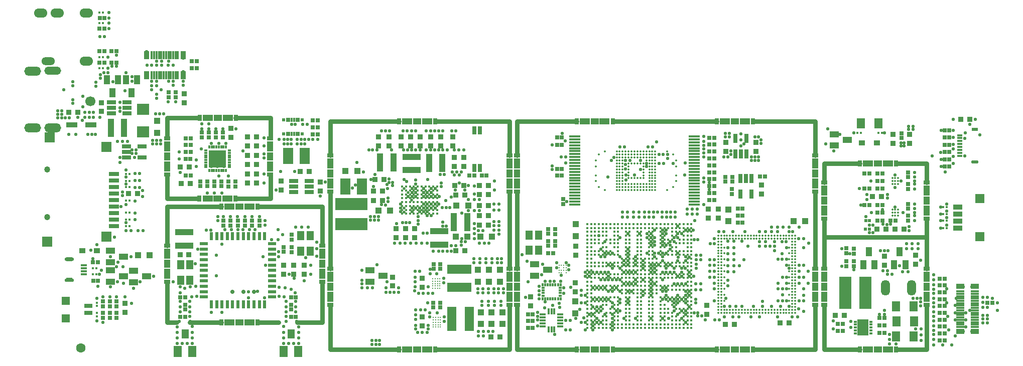
<source format=gts>
G04*
G04 #@! TF.GenerationSoftware,Altium Limited,Altium Designer,20.0.13 (296)*
G04*
G04 Layer_Color=8388736*
%FSLAX24Y24*%
%MOIN*%
G70*
G01*
G75*
%ADD93C,0.0315*%
%ADD94R,0.0251X0.0251*%
%ADD95R,0.0444X0.0365*%
%ADD96R,0.0148X0.0168*%
%ADD97C,0.0141*%
%ADD98R,0.0349X0.0365*%
%ADD99O,0.0601X0.1034*%
%ADD100R,0.0286X0.0601*%
%ADD101R,0.0148X0.0207*%
%ADD102R,0.0207X0.0148*%
%ADD103C,0.0129*%
%ADD104R,0.0601X0.0444*%
%ADD105R,0.0601X0.0286*%
%ADD106R,0.0503X0.0601*%
%ADD107R,0.0168X0.0148*%
%ADD108R,0.0444X0.0286*%
%ADD109R,0.0444X0.0168*%
%ADD110R,0.0759X0.0365*%
%ADD111R,0.0444X0.0444*%
%ADD112R,0.0837X0.0759*%
%ADD113R,0.0365X0.0349*%
%ADD114R,0.0251X0.0251*%
%ADD115C,0.0168*%
%ADD116R,0.0444X0.1231*%
%ADD117R,0.0404X0.0286*%
%ADD118R,0.0404X0.0660*%
%ADD119R,0.0404X0.0522*%
%ADD120R,0.0286X0.0404*%
%ADD121R,0.0660X0.0404*%
%ADD122R,0.0522X0.0404*%
%ADD123R,0.0522X0.0680*%
%ADD124R,0.0650X0.0286*%
%ADD125R,0.0650X0.0650*%
%ADD126R,0.0365X0.0168*%
%ADD127R,0.0404X0.0247*%
%ADD128R,0.1231X0.0444*%
%ADD129R,0.0444X0.0444*%
%ADD130R,0.0247X0.0168*%
%ADD131R,0.0739X0.1074*%
%ADD132R,0.0444X0.0601*%
%ADD133R,0.0522X0.0129*%
%ADD134R,0.0522X0.0365*%
%ADD135R,0.0680X0.1113*%
%ADD136R,0.0247X0.0148*%
%ADD137R,0.0148X0.0247*%
%ADD138R,0.1172X0.1172*%
%ADD139R,0.0759X0.0168*%
%ADD140R,0.0522X0.0759*%
%ADD141R,0.0483X0.0641*%
%ADD142R,0.0267X0.0267*%
%ADD143R,0.0247X0.0207*%
%ADD144R,0.0148X0.0267*%
%ADD145R,0.0641X0.0365*%
%ADD146R,0.0641X0.0641*%
%ADD147R,0.0798X0.2137*%
%ADD148R,0.0522X0.0286*%
%ADD149R,0.0522X0.0522*%
%ADD150R,0.2137X0.0798*%
%ADD151R,0.0207X0.0207*%
%ADD152R,0.0286X0.0522*%
%ADD153R,0.0641X0.1625*%
%ADD154R,0.0129X0.0522*%
%ADD155R,0.0326X0.0522*%
%ADD156R,0.1625X0.0641*%
%ADD157R,0.0444X0.0148*%
%ADD158R,0.0148X0.0444*%
%ADD159C,0.0286*%
%ADD160R,0.0247X0.0562*%
%ADD161R,0.0562X0.0247*%
%ADD162O,0.0896X0.0601*%
%ADD163O,0.0896X0.0522*%
%ADD164O,0.0896X0.0601*%
%ADD165O,0.1113X0.0522*%
%ADD166O,0.1113X0.0601*%
%ADD167C,0.0404*%
%ADD168C,0.0669*%
%ADD169C,0.0630*%
%ADD170C,0.0210*%
%ADD171C,0.0190*%
D93*
X101417Y104067D02*
Y105400D01*
X103309Y91780D02*
X103959D01*
X105400Y102900D02*
Y105150D01*
X109950D01*
X105400Y90000D02*
Y92950D01*
Y90000D02*
X109950D01*
X112350Y105150D02*
X117300D01*
Y102900D02*
Y105150D01*
X112350Y90000D02*
X117300D01*
X138200D02*
X140550D01*
X142950D02*
X145000D01*
Y92950D01*
Y95350D02*
Y98700D01*
Y101100D02*
Y102350D01*
X142950D02*
X145000D01*
X138200D02*
X140550D01*
X117800Y105150D02*
X121750D01*
X124150D02*
X131050D01*
X133450D02*
X137600D01*
Y102900D02*
Y105150D01*
X137600Y95400D02*
Y100500D01*
X138200Y101100D02*
Y102350D01*
Y95400D02*
Y98700D01*
Y90000D02*
Y92900D01*
X137600Y90000D02*
Y92900D01*
X133450Y90000D02*
X137600D01*
X124150D02*
X131050D01*
X117800D02*
X121750D01*
X117800D02*
Y92950D01*
X117300Y90000D02*
Y92950D01*
X117800Y95350D02*
Y100500D01*
X117300Y95350D02*
Y100450D01*
X117800Y102900D02*
Y105150D01*
X105400Y95350D02*
Y100450D01*
X104845Y96925D02*
Y99480D01*
X104843Y91780D02*
Y94437D01*
X100550Y91780D02*
X101950D01*
X96050D02*
X98146D01*
X94550D02*
Y94480D01*
Y96880D02*
Y99480D01*
X100550D02*
X104845Y99480D01*
X94550Y99480D02*
X98150D01*
X94550Y105400D02*
X96700D01*
X99100D02*
X101417D01*
Y100030D02*
Y101550D01*
X99100Y100030D02*
X101417D01*
X94550D02*
X96650D01*
X94550D02*
Y101550D01*
Y104090D02*
Y105400D01*
X138350Y97450D02*
X145000Y97450D01*
X103200Y91780D02*
X104843D01*
X94550D02*
X95200D01*
D94*
X143320Y104368D02*
D03*
Y104045D02*
D03*
X143760Y100990D02*
D03*
Y100667D02*
D03*
Y101450D02*
D03*
Y101773D02*
D03*
Y99350D02*
D03*
Y99673D02*
D03*
Y98890D02*
D03*
Y98567D02*
D03*
X140150Y96700D02*
D03*
Y96377D02*
D03*
X139650Y95539D02*
D03*
Y95861D02*
D03*
Y96711D02*
D03*
Y96389D02*
D03*
X132060Y100660D02*
D03*
Y100337D02*
D03*
X132070Y101147D02*
D03*
Y101470D02*
D03*
X131610D02*
D03*
Y101147D02*
D03*
X119840Y96880D02*
D03*
Y97203D02*
D03*
X120330Y97203D02*
D03*
Y96880D02*
D03*
Y97991D02*
D03*
Y97669D02*
D03*
X119840Y98003D02*
D03*
Y97680D02*
D03*
X120836Y99670D02*
D03*
Y99993D02*
D03*
X112690Y92779D02*
D03*
Y93101D02*
D03*
X112230D02*
D03*
Y92779D02*
D03*
X98240Y104089D02*
D03*
Y104412D02*
D03*
X97780Y104089D02*
D03*
Y104412D02*
D03*
X97320Y104090D02*
D03*
Y104413D02*
D03*
X96860Y104090D02*
D03*
Y104413D02*
D03*
X99080Y101160D02*
D03*
Y100837D02*
D03*
X98620Y101163D02*
D03*
Y100840D02*
D03*
X98160Y101170D02*
D03*
Y100847D02*
D03*
X97693Y101170D02*
D03*
Y100847D02*
D03*
X97227Y101170D02*
D03*
Y100847D02*
D03*
X96760D02*
D03*
Y101170D02*
D03*
X102773Y92647D02*
D03*
Y92970D02*
D03*
X102803Y97297D02*
D03*
Y97620D02*
D03*
Y96797D02*
D03*
Y96474D02*
D03*
X102300Y96479D02*
D03*
Y96801D02*
D03*
X100680Y98553D02*
D03*
Y98230D02*
D03*
X100200Y98553D02*
D03*
Y98230D02*
D03*
X99720Y98553D02*
D03*
Y98230D02*
D03*
X99240Y98553D02*
D03*
Y98230D02*
D03*
X98760Y98553D02*
D03*
Y98230D02*
D03*
X98280Y98553D02*
D03*
Y98230D02*
D03*
X95740Y92647D02*
D03*
Y92970D02*
D03*
X90300Y92877D02*
D03*
Y93200D02*
D03*
X90750D02*
D03*
Y92877D02*
D03*
X91200D02*
D03*
Y93200D02*
D03*
X90300Y92423D02*
D03*
Y92100D02*
D03*
X90750D02*
D03*
Y92423D02*
D03*
X91200D02*
D03*
Y92100D02*
D03*
X94660Y106757D02*
D03*
Y107080D02*
D03*
X95116Y106757D02*
D03*
Y107080D02*
D03*
X140150Y95861D02*
D03*
Y95539D02*
D03*
X112695Y95669D02*
D03*
Y95346D02*
D03*
X112245D02*
D03*
Y95669D02*
D03*
D95*
X141682Y103730D02*
D03*
X140698D02*
D03*
X88916Y96550D02*
D03*
X89900D02*
D03*
D96*
X146308Y99450D02*
D03*
X146092D02*
D03*
X146308Y99000D02*
D03*
X146092D02*
D03*
X146308Y98550D02*
D03*
X146092D02*
D03*
X146308Y98050D02*
D03*
X146092D02*
D03*
X89633Y95000D02*
D03*
X89850D02*
D03*
X89633Y95400D02*
D03*
X89850D02*
D03*
X91825Y98180D02*
D03*
X92042D02*
D03*
X91825Y98630D02*
D03*
X92042D02*
D03*
Y99080D02*
D03*
X91825D02*
D03*
Y99910D02*
D03*
X92042D02*
D03*
X91825Y100810D02*
D03*
X92042D02*
D03*
X91825Y101210D02*
D03*
X92042D02*
D03*
X91825Y101660D02*
D03*
X92042D02*
D03*
X90062Y112410D02*
D03*
X90278D02*
D03*
X90062Y111680D02*
D03*
X90278D02*
D03*
X90063Y109440D02*
D03*
X90280D02*
D03*
X90063Y108690D02*
D03*
X90280D02*
D03*
X140609Y104380D02*
D03*
X140392D02*
D03*
X141793D02*
D03*
X142010D02*
D03*
D97*
X142703Y101003D02*
D03*
X143097Y101397D02*
D03*
Y101003D02*
D03*
X142900D02*
D03*
Y101200D02*
D03*
X142703D02*
D03*
Y101397D02*
D03*
X142900D02*
D03*
X143097Y101200D02*
D03*
X142703Y98906D02*
D03*
X143097Y99300D02*
D03*
Y98906D02*
D03*
X142900D02*
D03*
Y99103D02*
D03*
X142703D02*
D03*
Y99300D02*
D03*
X142900D02*
D03*
X143097Y99103D02*
D03*
X131141Y97559D02*
D03*
X136259D02*
D03*
X131141Y92441D02*
D03*
X136259D02*
D03*
X131141Y97165D02*
D03*
X134094Y97559D02*
D03*
X136259Y93819D02*
D03*
X136062D02*
D03*
X135668Y97362D02*
D03*
X135472D02*
D03*
X135865Y95197D02*
D03*
X136062D02*
D03*
Y96181D02*
D03*
X136259D02*
D03*
X136062Y94016D02*
D03*
X135865Y97362D02*
D03*
X136259Y95394D02*
D03*
X135865Y95984D02*
D03*
X136259Y94213D02*
D03*
X135865Y94016D02*
D03*
X136062Y97165D02*
D03*
Y96968D02*
D03*
X136259D02*
D03*
X135865Y96772D02*
D03*
Y93622D02*
D03*
X136062D02*
D03*
Y96772D02*
D03*
X136259Y93425D02*
D03*
X136062Y93228D02*
D03*
X135865D02*
D03*
X136259Y93032D02*
D03*
X136062Y92835D02*
D03*
X136259D02*
D03*
X134487Y97362D02*
D03*
X134684Y97559D02*
D03*
Y97362D02*
D03*
X134881Y97559D02*
D03*
X135865Y96378D02*
D03*
X135078Y97362D02*
D03*
X135275Y97559D02*
D03*
Y97362D02*
D03*
X135472Y97559D02*
D03*
X136259Y95000D02*
D03*
X135865Y94803D02*
D03*
X136062D02*
D03*
X136259Y94606D02*
D03*
X135865Y94409D02*
D03*
X136062D02*
D03*
Y96378D02*
D03*
X136259Y96575D02*
D03*
X131338Y95591D02*
D03*
X131535D02*
D03*
Y95984D02*
D03*
X131338D02*
D03*
X131141Y95787D02*
D03*
X131338D02*
D03*
Y96772D02*
D03*
X131535D02*
D03*
X131338Y96575D02*
D03*
Y96378D02*
D03*
X131141Y96181D02*
D03*
Y95394D02*
D03*
X131338D02*
D03*
Y95197D02*
D03*
X131535D02*
D03*
X131141Y95000D02*
D03*
X134487Y92638D02*
D03*
Y92441D02*
D03*
X131338Y93622D02*
D03*
Y93819D02*
D03*
X132913Y92638D02*
D03*
Y92441D02*
D03*
X131928Y92638D02*
D03*
Y92441D02*
D03*
X134291D02*
D03*
X131535Y93622D02*
D03*
X132716Y92441D02*
D03*
X132125Y92638D02*
D03*
X133109Y92441D02*
D03*
Y92638D02*
D03*
X131732Y92441D02*
D03*
X131535Y92638D02*
D03*
X131338Y92835D02*
D03*
X131141D02*
D03*
X135668Y92638D02*
D03*
X135472D02*
D03*
X131141Y93032D02*
D03*
X135472Y92441D02*
D03*
X135275D02*
D03*
X135078Y92638D02*
D03*
X134881D02*
D03*
Y92441D02*
D03*
X134684D02*
D03*
X131141Y93819D02*
D03*
X131338Y94016D02*
D03*
X131535D02*
D03*
X131141Y94213D02*
D03*
X131535Y93228D02*
D03*
Y94409D02*
D03*
X131338D02*
D03*
X131141Y94606D02*
D03*
X131535Y94803D02*
D03*
X134094Y92441D02*
D03*
X133897Y92638D02*
D03*
X133700Y92441D02*
D03*
Y92638D02*
D03*
X133503Y92441D02*
D03*
X133306Y92638D02*
D03*
X131338Y93228D02*
D03*
X131141Y93425D02*
D03*
X132322Y97559D02*
D03*
Y97362D02*
D03*
X132716Y97559D02*
D03*
Y97362D02*
D03*
X132519D02*
D03*
Y97559D02*
D03*
X133700Y97362D02*
D03*
Y97559D02*
D03*
X133503Y97362D02*
D03*
Y97559D02*
D03*
X133306D02*
D03*
X132125Y97362D02*
D03*
X131928Y97559D02*
D03*
X131732Y97362D02*
D03*
Y97559D02*
D03*
X131535Y97362D02*
D03*
X132519Y92638D02*
D03*
X133109Y97362D02*
D03*
X131535Y96378D02*
D03*
X135865Y95591D02*
D03*
X136062Y95787D02*
D03*
X136259Y92638D02*
D03*
X136062D02*
D03*
X131338Y97165D02*
D03*
X132322Y92638D02*
D03*
X131338D02*
D03*
Y97559D02*
D03*
X134094Y97362D02*
D03*
X131338Y95000D02*
D03*
X135275Y92638D02*
D03*
X134684D02*
D03*
X136062Y93032D02*
D03*
X135865Y92638D02*
D03*
Y92441D02*
D03*
X136062Y93425D02*
D03*
Y94213D02*
D03*
Y94606D02*
D03*
Y95000D02*
D03*
Y95394D02*
D03*
Y95984D02*
D03*
X136259Y95787D02*
D03*
X136062Y96575D02*
D03*
X134881Y97362D02*
D03*
X135668Y97559D02*
D03*
X136062Y97362D02*
D03*
Y97559D02*
D03*
X134094Y92638D02*
D03*
X133503D02*
D03*
X132716D02*
D03*
X133897Y97362D02*
D03*
X133306D02*
D03*
X132913D02*
D03*
X134291D02*
D03*
X131732Y92638D02*
D03*
X131141D02*
D03*
X131338Y93032D02*
D03*
X132125Y92441D02*
D03*
X131338Y93425D02*
D03*
Y94213D02*
D03*
Y94803D02*
D03*
Y94606D02*
D03*
X131928Y97362D02*
D03*
X131338D02*
D03*
X131141Y96968D02*
D03*
X131338D02*
D03*
X131141Y96378D02*
D03*
X131338Y96181D02*
D03*
X136259Y96378D02*
D03*
X136062Y92441D02*
D03*
X135668D02*
D03*
X135078D02*
D03*
X136259Y93228D02*
D03*
Y93622D02*
D03*
Y94016D02*
D03*
Y94409D02*
D03*
Y94803D02*
D03*
Y95197D02*
D03*
Y95591D02*
D03*
X136062D02*
D03*
X136259Y95984D02*
D03*
Y96772D02*
D03*
Y97165D02*
D03*
X135865Y97559D02*
D03*
X136259Y97362D02*
D03*
X135078Y97559D02*
D03*
X133897Y92441D02*
D03*
X133306D02*
D03*
X134291Y92638D02*
D03*
X132322Y92441D02*
D03*
X132519D02*
D03*
X134487Y97559D02*
D03*
X134291D02*
D03*
X132913D02*
D03*
X133109D02*
D03*
X133897D02*
D03*
X131338Y92441D02*
D03*
X131535D02*
D03*
X131141Y93228D02*
D03*
Y93622D02*
D03*
Y94016D02*
D03*
Y94409D02*
D03*
Y94803D02*
D03*
Y95591D02*
D03*
Y95984D02*
D03*
Y97362D02*
D03*
X132125Y97559D02*
D03*
X131535D02*
D03*
X131141Y96575D02*
D03*
Y96772D02*
D03*
Y95197D02*
D03*
X126175Y102166D02*
D03*
X125978Y102363D02*
D03*
X125387Y101378D02*
D03*
X125191Y101575D02*
D03*
X125584Y101378D02*
D03*
X125191Y101772D02*
D03*
X124600Y102363D02*
D03*
X124403Y102166D02*
D03*
X125781Y102363D02*
D03*
X124600Y102953D02*
D03*
X124403Y102559D02*
D03*
X126569D02*
D03*
X126175Y101969D02*
D03*
X124403Y102363D02*
D03*
Y102756D02*
D03*
X124600Y102559D02*
D03*
X124797D02*
D03*
X126569Y102166D02*
D03*
X124797Y102363D02*
D03*
X126962Y102756D02*
D03*
Y102559D02*
D03*
Y102363D02*
D03*
X126765Y102953D02*
D03*
Y102756D02*
D03*
Y102559D02*
D03*
Y102363D02*
D03*
Y102166D02*
D03*
X125191Y102363D02*
D03*
X126569Y102953D02*
D03*
X124797Y102166D02*
D03*
X128340Y102559D02*
D03*
Y102166D02*
D03*
Y101575D02*
D03*
Y101181D02*
D03*
X128143Y102953D02*
D03*
Y100788D02*
D03*
X127750Y103150D02*
D03*
Y100591D02*
D03*
X126962Y103150D02*
D03*
Y102953D02*
D03*
Y102166D02*
D03*
Y101969D02*
D03*
Y101772D02*
D03*
Y101575D02*
D03*
Y101378D02*
D03*
Y101181D02*
D03*
Y100985D02*
D03*
Y100788D02*
D03*
Y100591D02*
D03*
X126765Y103150D02*
D03*
Y101969D02*
D03*
Y101772D02*
D03*
Y101575D02*
D03*
Y101378D02*
D03*
Y101181D02*
D03*
Y100985D02*
D03*
Y100788D02*
D03*
Y100591D02*
D03*
X126569Y103150D02*
D03*
Y102756D02*
D03*
Y102363D02*
D03*
Y101969D02*
D03*
Y101772D02*
D03*
Y101575D02*
D03*
Y101378D02*
D03*
Y101181D02*
D03*
Y100985D02*
D03*
Y100788D02*
D03*
Y100591D02*
D03*
X126372Y103150D02*
D03*
Y102953D02*
D03*
Y102756D02*
D03*
Y102559D02*
D03*
Y100985D02*
D03*
Y100788D02*
D03*
Y100591D02*
D03*
X126175Y103150D02*
D03*
Y102953D02*
D03*
Y102756D02*
D03*
Y102363D02*
D03*
Y101772D02*
D03*
Y101575D02*
D03*
Y101378D02*
D03*
Y100985D02*
D03*
Y100788D02*
D03*
Y100591D02*
D03*
X125978Y103150D02*
D03*
Y102953D02*
D03*
Y102756D02*
D03*
Y101378D02*
D03*
Y100985D02*
D03*
Y100788D02*
D03*
Y100591D02*
D03*
X125781Y103150D02*
D03*
Y102953D02*
D03*
Y102756D02*
D03*
Y101378D02*
D03*
Y100985D02*
D03*
Y100788D02*
D03*
Y100591D02*
D03*
X125584Y103150D02*
D03*
Y102953D02*
D03*
Y102756D02*
D03*
Y102363D02*
D03*
Y100985D02*
D03*
Y100788D02*
D03*
Y100591D02*
D03*
X125387Y103150D02*
D03*
Y102953D02*
D03*
Y102756D02*
D03*
Y102363D02*
D03*
Y100985D02*
D03*
Y100788D02*
D03*
Y100591D02*
D03*
X125191Y103150D02*
D03*
Y102953D02*
D03*
Y102756D02*
D03*
Y102166D02*
D03*
Y101969D02*
D03*
Y101378D02*
D03*
Y100985D02*
D03*
Y100788D02*
D03*
Y100591D02*
D03*
X124994Y103150D02*
D03*
Y102953D02*
D03*
Y102756D02*
D03*
Y100985D02*
D03*
Y100788D02*
D03*
Y100591D02*
D03*
X124797Y103150D02*
D03*
Y102953D02*
D03*
Y102756D02*
D03*
Y101969D02*
D03*
Y101772D02*
D03*
Y101575D02*
D03*
Y101378D02*
D03*
Y101181D02*
D03*
Y100985D02*
D03*
Y100788D02*
D03*
Y100591D02*
D03*
X124600Y103150D02*
D03*
Y102756D02*
D03*
Y102166D02*
D03*
Y101969D02*
D03*
Y101772D02*
D03*
Y101575D02*
D03*
Y101378D02*
D03*
Y101181D02*
D03*
Y100985D02*
D03*
Y100788D02*
D03*
Y100591D02*
D03*
X124403Y103150D02*
D03*
Y102953D02*
D03*
Y101969D02*
D03*
Y101772D02*
D03*
Y101575D02*
D03*
Y101378D02*
D03*
Y101181D02*
D03*
Y100985D02*
D03*
Y100788D02*
D03*
Y100591D02*
D03*
X123616Y103150D02*
D03*
Y100591D02*
D03*
X123222Y102953D02*
D03*
Y100788D02*
D03*
X123025Y102559D02*
D03*
Y102166D02*
D03*
Y101575D02*
D03*
Y101181D02*
D03*
D98*
X142882Y98010D02*
D03*
X143480D02*
D03*
X141682D02*
D03*
X142280D02*
D03*
X103980Y101821D02*
D03*
X103382D02*
D03*
X92596Y100360D02*
D03*
X91997D02*
D03*
X100479Y102910D02*
D03*
X99881D02*
D03*
X88030Y105750D02*
D03*
X88629D02*
D03*
X114309Y96570D02*
D03*
X113711D02*
D03*
X147848Y105300D02*
D03*
X147250D02*
D03*
X116659Y90820D02*
D03*
X116061D02*
D03*
X115899Y100894D02*
D03*
X115301D02*
D03*
X99882Y103520D02*
D03*
X100480D02*
D03*
X99882Y104140D02*
D03*
X100480D02*
D03*
X115899Y98907D02*
D03*
X115301D02*
D03*
X108359Y101300D02*
D03*
X108958D02*
D03*
X114312Y100244D02*
D03*
X113713D02*
D03*
X108239Y100517D02*
D03*
X108837D02*
D03*
X141372Y100150D02*
D03*
X141970D02*
D03*
X96000Y96280D02*
D03*
X95402D02*
D03*
X115899Y99569D02*
D03*
X115301D02*
D03*
X114262Y100894D02*
D03*
X113663D02*
D03*
X138911Y92250D02*
D03*
X139509D02*
D03*
X115899Y100282D02*
D03*
X115301D02*
D03*
X100479Y102290D02*
D03*
X99881D02*
D03*
X96073Y101020D02*
D03*
X95474D02*
D03*
X115890Y98244D02*
D03*
X115292D02*
D03*
X132219Y91650D02*
D03*
X131621D02*
D03*
X135860Y91750D02*
D03*
X135262D02*
D03*
X99881Y101050D02*
D03*
X100479D02*
D03*
X108249Y99890D02*
D03*
X108848D02*
D03*
X96023Y102120D02*
D03*
X95424D02*
D03*
X99882Y101670D02*
D03*
X100480D02*
D03*
D99*
X144000Y94100D02*
D03*
X142268D02*
D03*
D100*
X132276Y102988D02*
D03*
X132650D02*
D03*
X133024D02*
D03*
Y104012D02*
D03*
X132276D02*
D03*
X133354Y101350D02*
D03*
X132980D02*
D03*
X132606D02*
D03*
Y100326D02*
D03*
X133354D02*
D03*
D101*
X119995Y93358D02*
D03*
X120503D02*
D03*
X120673D02*
D03*
X119657D02*
D03*
X119826D02*
D03*
X119995Y94302D02*
D03*
X119826D02*
D03*
X119657D02*
D03*
X119487D02*
D03*
Y93358D02*
D03*
X120334Y94302D02*
D03*
X120503D02*
D03*
X120673D02*
D03*
X120165Y93358D02*
D03*
X120334D02*
D03*
X120165Y94302D02*
D03*
D102*
X119509Y93915D02*
D03*
X120651Y93576D02*
D03*
Y93745D02*
D03*
Y93915D02*
D03*
Y94084D02*
D03*
X119509Y93576D02*
D03*
Y94084D02*
D03*
Y93745D02*
D03*
D103*
X120573Y95108D02*
D03*
Y95423D02*
D03*
X120730Y95580D02*
D03*
X121045Y95265D02*
D03*
X120730Y95108D02*
D03*
X120573Y95265D02*
D03*
X120887Y95580D02*
D03*
X121045D02*
D03*
X120573D02*
D03*
X120887Y95423D02*
D03*
X121045D02*
D03*
X120730Y95265D02*
D03*
X120887D02*
D03*
X121045Y95108D02*
D03*
X112383Y91483D02*
D03*
Y91640D02*
D03*
X112225Y91483D02*
D03*
Y91640D02*
D03*
X112697Y91797D02*
D03*
Y91955D02*
D03*
X112540Y91797D02*
D03*
X112383Y91955D02*
D03*
X112540D02*
D03*
X112225Y91797D02*
D03*
X112383D02*
D03*
X112697Y91483D02*
D03*
Y91640D02*
D03*
X112540Y91483D02*
D03*
Y91640D02*
D03*
X112697Y92112D02*
D03*
X112540D02*
D03*
X112225Y91955D02*
D03*
X112383Y92112D02*
D03*
X112225D02*
D03*
X112347Y94060D02*
D03*
Y94218D02*
D03*
X112190Y94060D02*
D03*
Y94218D02*
D03*
X112662Y94375D02*
D03*
Y94533D02*
D03*
X112505Y94375D02*
D03*
X112347Y94533D02*
D03*
X112505D02*
D03*
X112190Y94375D02*
D03*
X112347D02*
D03*
X112662Y94060D02*
D03*
Y94218D02*
D03*
X112505Y94060D02*
D03*
Y94218D02*
D03*
X112662Y94690D02*
D03*
X112505D02*
D03*
X112190Y94533D02*
D03*
X112347Y94690D02*
D03*
X112190D02*
D03*
D104*
X119830Y95280D02*
D03*
X118964Y94906D02*
D03*
Y95654D02*
D03*
X90800Y95248D02*
D03*
Y94500D02*
D03*
X91666Y94874D02*
D03*
X90800Y96550D02*
D03*
Y95802D02*
D03*
X91666Y96176D02*
D03*
X108008Y95254D02*
D03*
Y94506D02*
D03*
X108874Y94880D02*
D03*
X138854Y104304D02*
D03*
Y103556D02*
D03*
X139720Y103930D02*
D03*
X92334Y95224D02*
D03*
Y94476D02*
D03*
X93200Y94850D02*
D03*
D105*
X102968Y101204D02*
D03*
Y100830D02*
D03*
Y100456D02*
D03*
X103992D02*
D03*
Y100830D02*
D03*
Y101204D02*
D03*
X91850Y103498D02*
D03*
Y103124D02*
D03*
Y102750D02*
D03*
X92874D02*
D03*
Y103498D02*
D03*
X91882Y105686D02*
D03*
Y106060D02*
D03*
Y106434D02*
D03*
X90858D02*
D03*
Y106060D02*
D03*
Y105686D02*
D03*
D106*
X104053Y97547D02*
D03*
X103423Y96523D02*
D03*
X104053D02*
D03*
X103423Y97547D02*
D03*
X95435Y94608D02*
D03*
X96065Y95632D02*
D03*
X95435D02*
D03*
X96065Y94608D02*
D03*
X118585Y97602D02*
D03*
X119215Y96578D02*
D03*
X118585D02*
D03*
X119215Y97602D02*
D03*
D107*
X89900Y92883D02*
D03*
Y93100D02*
D03*
Y92417D02*
D03*
Y92200D02*
D03*
D108*
X88037Y95989D02*
D03*
Y94611D02*
D03*
D109*
X89022Y95398D02*
D03*
Y95595D02*
D03*
Y95005D02*
D03*
Y95202D02*
D03*
D110*
X89487Y104920D02*
D03*
X88227D02*
D03*
D111*
X93900Y104400D02*
D03*
Y105187D02*
D03*
X121680Y98324D02*
D03*
Y97536D02*
D03*
X121660Y92396D02*
D03*
Y93184D02*
D03*
X116660Y95284D02*
D03*
Y94496D02*
D03*
X115920Y95284D02*
D03*
Y94496D02*
D03*
X131820Y99307D02*
D03*
Y98520D02*
D03*
X115170Y95284D02*
D03*
Y94496D02*
D03*
X116820Y91683D02*
D03*
Y92470D02*
D03*
X116090D02*
D03*
Y91683D02*
D03*
X115390Y92470D02*
D03*
Y91683D02*
D03*
D112*
X92950Y104450D02*
D03*
Y105946D02*
D03*
D113*
X95680Y106403D02*
D03*
Y107001D02*
D03*
X130390Y92923D02*
D03*
Y92324D02*
D03*
X91750Y93048D02*
D03*
Y92450D02*
D03*
X102125Y100593D02*
D03*
Y101192D02*
D03*
X90180Y106410D02*
D03*
Y105812D02*
D03*
X113620Y102749D02*
D03*
Y102151D02*
D03*
X102300Y95002D02*
D03*
Y95600D02*
D03*
X121699Y96869D02*
D03*
Y96271D02*
D03*
X143860Y104289D02*
D03*
Y103691D02*
D03*
X110710Y104133D02*
D03*
Y103535D02*
D03*
X112038Y104133D02*
D03*
Y103535D02*
D03*
X131142Y99336D02*
D03*
Y98737D02*
D03*
X131650Y103152D02*
D03*
Y103750D02*
D03*
X113530Y104133D02*
D03*
Y103535D02*
D03*
X110073Y104133D02*
D03*
Y103535D02*
D03*
X110384Y97439D02*
D03*
Y98038D02*
D03*
X109513Y94810D02*
D03*
Y94212D02*
D03*
X130470Y99333D02*
D03*
Y98734D02*
D03*
X111346Y104133D02*
D03*
Y103535D02*
D03*
X142760Y104289D02*
D03*
Y103691D02*
D03*
X102966Y95002D02*
D03*
Y95600D02*
D03*
X108580Y104133D02*
D03*
Y103534D02*
D03*
X118680Y93479D02*
D03*
Y92881D02*
D03*
X134010Y100321D02*
D03*
Y100919D02*
D03*
X110999Y97430D02*
D03*
Y98028D02*
D03*
X98780Y104099D02*
D03*
Y104697D02*
D03*
X133650Y103750D02*
D03*
Y103152D02*
D03*
X142200Y96198D02*
D03*
Y95600D02*
D03*
X121659Y93841D02*
D03*
Y94439D02*
D03*
X114240Y102749D02*
D03*
Y102151D02*
D03*
X111480Y92149D02*
D03*
Y91551D02*
D03*
X109749Y97430D02*
D03*
Y98028D02*
D03*
X109272Y104133D02*
D03*
Y103535D02*
D03*
X111480Y94739D02*
D03*
Y94141D02*
D03*
X103640Y95599D02*
D03*
Y95001D02*
D03*
X104710Y100515D02*
D03*
Y101113D02*
D03*
X144250Y95652D02*
D03*
Y96250D02*
D03*
X112730Y104133D02*
D03*
Y103535D02*
D03*
D114*
X119859Y96400D02*
D03*
X120181D02*
D03*
X134251Y101480D02*
D03*
X133929D02*
D03*
X132761Y99360D02*
D03*
X132439D02*
D03*
X146177Y104083D02*
D03*
X146500D02*
D03*
X90390Y111320D02*
D03*
X90067D02*
D03*
X90391Y112040D02*
D03*
X90069D02*
D03*
X90857Y109070D02*
D03*
X91180D02*
D03*
X90857Y109830D02*
D03*
X91180D02*
D03*
X90390D02*
D03*
X90067D02*
D03*
X90390Y109060D02*
D03*
X90067D02*
D03*
X89950Y95780D02*
D03*
X89627D02*
D03*
X89639Y94550D02*
D03*
X89961D02*
D03*
X118507Y92330D02*
D03*
X118830D02*
D03*
X104230Y104765D02*
D03*
X104553D02*
D03*
X139410Y91710D02*
D03*
X139087D02*
D03*
X142173Y91100D02*
D03*
X141850D02*
D03*
X142173Y92100D02*
D03*
X141850D02*
D03*
X141850Y91600D02*
D03*
X142173D02*
D03*
X120437Y101550D02*
D03*
X120760D02*
D03*
X96523Y109150D02*
D03*
X96200D02*
D03*
X132761Y98420D02*
D03*
X132439D02*
D03*
X141172Y101687D02*
D03*
X140849D02*
D03*
X130873Y100399D02*
D03*
X130550D02*
D03*
X145859Y91967D02*
D03*
X146181D02*
D03*
X96103Y104030D02*
D03*
X95780D02*
D03*
X130873Y103152D02*
D03*
X130550D02*
D03*
X146500Y102633D02*
D03*
X146177D02*
D03*
X142050Y98560D02*
D03*
X141727D02*
D03*
X95779Y103130D02*
D03*
X96102D02*
D03*
X142050Y100700D02*
D03*
X141727D02*
D03*
X120437Y102000D02*
D03*
X120760D02*
D03*
X142921Y98560D02*
D03*
X142599D02*
D03*
X95740Y92160D02*
D03*
X95417D02*
D03*
X104553Y104290D02*
D03*
X104230D02*
D03*
Y105240D02*
D03*
X104553D02*
D03*
X145859Y92878D02*
D03*
X146181D02*
D03*
X120437Y104100D02*
D03*
X120760D02*
D03*
X130873Y102693D02*
D03*
X130550D02*
D03*
X132439Y98890D02*
D03*
X132761D02*
D03*
X146500Y103600D02*
D03*
X146177D02*
D03*
X146501Y104560D02*
D03*
X146179D02*
D03*
X142047Y101207D02*
D03*
X141724D02*
D03*
X118507Y91430D02*
D03*
X118830D02*
D03*
X141720Y101687D02*
D03*
X142043D02*
D03*
X120437Y103600D02*
D03*
X120760D02*
D03*
X146500Y102150D02*
D03*
X146177D02*
D03*
X96103Y103580D02*
D03*
X95780D02*
D03*
X95779Y101570D02*
D03*
X96102D02*
D03*
X145859Y91056D02*
D03*
X146181D02*
D03*
X130873Y101317D02*
D03*
X130550D02*
D03*
X149027Y93100D02*
D03*
X149350D02*
D03*
X142050Y99100D02*
D03*
X141727D02*
D03*
X115442Y101572D02*
D03*
X115765D02*
D03*
X102773Y93470D02*
D03*
X103096D02*
D03*
X130873Y103611D02*
D03*
X130550D02*
D03*
X145859Y94700D02*
D03*
X146181D02*
D03*
X145859Y92422D02*
D03*
X146181D02*
D03*
X130871Y100858D02*
D03*
X130549D02*
D03*
X95740Y93470D02*
D03*
X95417D02*
D03*
X141727Y99600D02*
D03*
X142050D02*
D03*
X130873Y102234D02*
D03*
X130550D02*
D03*
Y99940D02*
D03*
X130873D02*
D03*
X145859Y91511D02*
D03*
X146181D02*
D03*
X102773Y92160D02*
D03*
X103096D02*
D03*
X145859Y94244D02*
D03*
X146181D02*
D03*
X139420Y91240D02*
D03*
X139097D02*
D03*
X141172Y99600D02*
D03*
X140850D02*
D03*
X130873Y101776D02*
D03*
X130550D02*
D03*
X145859Y90600D02*
D03*
X146181D02*
D03*
X145859Y93333D02*
D03*
X146181D02*
D03*
X130550Y104070D02*
D03*
X130873D02*
D03*
X145859Y93789D02*
D03*
X146181D02*
D03*
X95777Y102670D02*
D03*
X96100D02*
D03*
X118507Y91880D02*
D03*
X118830D02*
D03*
X96523Y108690D02*
D03*
X96200D02*
D03*
X146500Y103117D02*
D03*
X146177D02*
D03*
X140850Y100700D02*
D03*
X141172D02*
D03*
X114951Y101570D02*
D03*
X114628D02*
D03*
D115*
X110422Y100300D02*
D03*
X110166D02*
D03*
X111958Y100044D02*
D03*
X110678Y100300D02*
D03*
X111702Y99788D02*
D03*
Y100044D02*
D03*
Y100812D02*
D03*
X110678Y100044D02*
D03*
X111190Y99020D02*
D03*
X110166Y100556D02*
D03*
X110422Y100044D02*
D03*
X110166D02*
D03*
X110422Y100812D02*
D03*
X112470Y99276D02*
D03*
X111702Y99532D02*
D03*
X110678Y100556D02*
D03*
X110934D02*
D03*
X111190Y99532D02*
D03*
X111446Y99020D02*
D03*
X112470D02*
D03*
X112214D02*
D03*
X110422D02*
D03*
X110166D02*
D03*
X110934D02*
D03*
X110166Y99532D02*
D03*
Y99276D02*
D03*
X111446Y100812D02*
D03*
X110678D02*
D03*
X110166D02*
D03*
X111702Y99020D02*
D03*
X112470Y100812D02*
D03*
X110934D02*
D03*
X111190D02*
D03*
X111446Y100556D02*
D03*
X110934Y99788D02*
D03*
X110422Y100556D02*
D03*
X111958Y99020D02*
D03*
X111446Y99532D02*
D03*
X110422Y99276D02*
D03*
X110678D02*
D03*
Y99020D02*
D03*
X110422Y99532D02*
D03*
X111190Y99276D02*
D03*
X110678Y99788D02*
D03*
X112214Y100044D02*
D03*
X112470Y99788D02*
D03*
Y100556D02*
D03*
X110934Y100044D02*
D03*
X111190Y99788D02*
D03*
X111446Y100044D02*
D03*
X112470Y99532D02*
D03*
X111958Y99788D02*
D03*
X111446Y100300D02*
D03*
X112214Y99532D02*
D03*
Y99788D02*
D03*
X112470Y100044D02*
D03*
X111958Y100300D02*
D03*
Y99532D02*
D03*
X111190Y100556D02*
D03*
Y100300D02*
D03*
X111702Y99276D02*
D03*
X110934D02*
D03*
X112470Y100300D02*
D03*
X112214D02*
D03*
Y100812D02*
D03*
X111958Y100556D02*
D03*
Y100812D02*
D03*
X110934Y99532D02*
D03*
X110422Y99788D02*
D03*
X110934Y100300D02*
D03*
X112214Y99276D02*
D03*
X111446Y99788D02*
D03*
Y99276D02*
D03*
X111190Y100044D02*
D03*
X111702Y100556D02*
D03*
X112214D02*
D03*
X111702Y100300D02*
D03*
X111958Y99276D02*
D03*
X110166Y99788D02*
D03*
X110678Y99532D02*
D03*
X122450Y98327D02*
D03*
X122706D02*
D03*
X122962D02*
D03*
X123218D02*
D03*
X123474D02*
D03*
X123730D02*
D03*
X123986D02*
D03*
X124242D02*
D03*
X124498D02*
D03*
X124754D02*
D03*
X126289D02*
D03*
X126545D02*
D03*
X128592D02*
D03*
X122450Y98071D02*
D03*
X122706D02*
D03*
X122962D02*
D03*
X123218D02*
D03*
X123474D02*
D03*
X123730D02*
D03*
X123986D02*
D03*
X124242D02*
D03*
X124498D02*
D03*
X124754D02*
D03*
X126289D02*
D03*
X128336D02*
D03*
X122450Y97815D02*
D03*
X122706D02*
D03*
X128080D02*
D03*
X128336D02*
D03*
X122450Y97559D02*
D03*
X122706D02*
D03*
X122962D02*
D03*
X125010D02*
D03*
X125265D02*
D03*
X125777D02*
D03*
X126033D02*
D03*
X126545D02*
D03*
X127313D02*
D03*
X128080D02*
D03*
X128336D02*
D03*
X129104D02*
D03*
X129360D02*
D03*
X122450Y97303D02*
D03*
X122706D02*
D03*
X124242D02*
D03*
X125010D02*
D03*
X125265D02*
D03*
X125777D02*
D03*
X126033D02*
D03*
X127824D02*
D03*
X128080D02*
D03*
X129104D02*
D03*
X129360D02*
D03*
X122450Y97047D02*
D03*
X122706D02*
D03*
X122962D02*
D03*
X123218D02*
D03*
X123986D02*
D03*
X124498D02*
D03*
X125010D02*
D03*
X125265D02*
D03*
X125777D02*
D03*
X126033D02*
D03*
X127824D02*
D03*
X128848D02*
D03*
X129104D02*
D03*
X129360D02*
D03*
X122450Y96791D02*
D03*
X122706D02*
D03*
X123474D02*
D03*
X123730D02*
D03*
X124242D02*
D03*
X124498D02*
D03*
X125010D02*
D03*
X125265D02*
D03*
X125777D02*
D03*
X126033D02*
D03*
X127569D02*
D03*
X128336D02*
D03*
X129104D02*
D03*
X129360D02*
D03*
X122450Y96535D02*
D03*
X122706D02*
D03*
X122962D02*
D03*
X123218D02*
D03*
X123474D02*
D03*
X123730D02*
D03*
X123986D02*
D03*
X124498D02*
D03*
X125010D02*
D03*
X125777D02*
D03*
X126033D02*
D03*
X126545D02*
D03*
X127313D02*
D03*
X127824D02*
D03*
X128080D02*
D03*
X128336D02*
D03*
X128592D02*
D03*
X128848D02*
D03*
X122450Y96280D02*
D03*
X122706D02*
D03*
X122962D02*
D03*
X123218D02*
D03*
X125777D02*
D03*
X126033D02*
D03*
X126801D02*
D03*
X128336D02*
D03*
X128592D02*
D03*
X122450Y96024D02*
D03*
X122706D02*
D03*
X122450Y95768D02*
D03*
X122706D02*
D03*
X122962D02*
D03*
X123218D02*
D03*
X123474D02*
D03*
X123730D02*
D03*
X127824D02*
D03*
X128080D02*
D03*
X122450Y95512D02*
D03*
X122706D02*
D03*
X122962D02*
D03*
X123218D02*
D03*
X123730D02*
D03*
X122450Y95256D02*
D03*
X122706D02*
D03*
X127824Y95000D02*
D03*
X129104D02*
D03*
X129360D02*
D03*
X123730Y94744D02*
D03*
X127824D02*
D03*
X128080D02*
D03*
X128336D02*
D03*
X128592D02*
D03*
X128848D02*
D03*
X129104D02*
D03*
Y94488D02*
D03*
X123986Y94232D02*
D03*
X127824D02*
D03*
X122450Y93976D02*
D03*
X122706D02*
D03*
X122962D02*
D03*
X123218D02*
D03*
X123474D02*
D03*
X123730D02*
D03*
X127824D02*
D03*
X128080D02*
D03*
X128336D02*
D03*
X128592D02*
D03*
X122706Y93720D02*
D03*
Y93465D02*
D03*
X123474D02*
D03*
X124242D02*
D03*
X127824D02*
D03*
X129104D02*
D03*
X129360D02*
D03*
X122962Y93209D02*
D03*
X123474D02*
D03*
X123730D02*
D03*
X129360D02*
D03*
X122450Y92953D02*
D03*
X123730D02*
D03*
X124498D02*
D03*
X125777D02*
D03*
X126033D02*
D03*
X126545D02*
D03*
X126801D02*
D03*
X127313D02*
D03*
X122450Y92697D02*
D03*
X122706D02*
D03*
X123986D02*
D03*
X124242D02*
D03*
X126033D02*
D03*
X129104D02*
D03*
X122450Y92441D02*
D03*
X122962D02*
D03*
X123730D02*
D03*
X123986D02*
D03*
X125777D02*
D03*
X126033D02*
D03*
X126801D02*
D03*
X127313D02*
D03*
X126033Y92185D02*
D03*
X126801D02*
D03*
X127569D02*
D03*
X123730Y91929D02*
D03*
X125777D02*
D03*
X126033D02*
D03*
X122706Y91673D02*
D03*
X123218D02*
D03*
X123474D02*
D03*
X123730D02*
D03*
X123986D02*
D03*
X126033D02*
D03*
X127313D02*
D03*
X122706Y91417D02*
D03*
X123218D02*
D03*
X123474D02*
D03*
X123730D02*
D03*
X123986D02*
D03*
X126289D02*
D03*
X127313D02*
D03*
X127569D02*
D03*
X122450Y91929D02*
D03*
X123474Y92697D02*
D03*
X122450Y91673D02*
D03*
X122706Y92185D02*
D03*
X122962D02*
D03*
X123218Y91929D02*
D03*
X127569Y96280D02*
D03*
X122706Y92441D02*
D03*
X125777Y93209D02*
D03*
X125265D02*
D03*
X129104Y92185D02*
D03*
X129360D02*
D03*
X129104Y95512D02*
D03*
X129360D02*
D03*
X129104Y92953D02*
D03*
X129360D02*
D03*
X129104Y96535D02*
D03*
X129360D02*
D03*
X128848Y92185D02*
D03*
Y95000D02*
D03*
X128336Y92953D02*
D03*
Y95512D02*
D03*
X129360Y92441D02*
D03*
X129104D02*
D03*
X128848Y96280D02*
D03*
X128336Y95768D02*
D03*
X129104Y96280D02*
D03*
X129360Y96024D02*
D03*
X128080Y93209D02*
D03*
X129104Y91929D02*
D03*
X128080Y95512D02*
D03*
X128336Y92697D02*
D03*
X128848Y92441D02*
D03*
X128080Y92953D02*
D03*
X128592Y92441D02*
D03*
X129104Y91673D02*
D03*
X129360D02*
D03*
X129104Y95768D02*
D03*
X128848Y95512D02*
D03*
X129360Y95768D02*
D03*
X128592Y95512D02*
D03*
X129360Y96280D02*
D03*
X128336Y95000D02*
D03*
X129360Y95256D02*
D03*
X128080Y95000D02*
D03*
X129104Y95256D02*
D03*
X128080Y93465D02*
D03*
X128336D02*
D03*
X128592Y93209D02*
D03*
X128336D02*
D03*
X128848Y92697D02*
D03*
X129360Y91929D02*
D03*
X128848Y95768D02*
D03*
X129104Y96024D02*
D03*
X128848Y93465D02*
D03*
X129104Y93209D02*
D03*
X129360Y93976D02*
D03*
X129104D02*
D03*
X128848Y93209D02*
D03*
X129360Y92697D02*
D03*
Y94744D02*
D03*
Y94488D02*
D03*
X128848Y94232D02*
D03*
X129360D02*
D03*
X129104D02*
D03*
X128080D02*
D03*
X128336D02*
D03*
X129360Y93720D02*
D03*
X129104D02*
D03*
X128848Y93976D02*
D03*
X128592Y91673D02*
D03*
Y91417D02*
D03*
X125265Y91673D02*
D03*
Y91417D02*
D03*
X127824Y91673D02*
D03*
Y91417D02*
D03*
X124498D02*
D03*
Y91673D02*
D03*
X128848D02*
D03*
X125777Y91417D02*
D03*
X127313Y92697D02*
D03*
X125265Y92441D02*
D03*
X128336Y91417D02*
D03*
Y91673D02*
D03*
X124498Y92185D02*
D03*
Y91929D02*
D03*
X125010Y92441D02*
D03*
X124754Y91417D02*
D03*
X127824Y92441D02*
D03*
X128592Y91929D02*
D03*
X125010Y92697D02*
D03*
X127824D02*
D03*
X128336Y91929D02*
D03*
X128080Y92441D02*
D03*
X128336Y92185D02*
D03*
X129360Y91417D02*
D03*
X129104D02*
D03*
X125010D02*
D03*
X125265Y91929D02*
D03*
X125010Y91673D02*
D03*
X125265Y92185D02*
D03*
Y92697D02*
D03*
X125521Y91673D02*
D03*
X125777Y92697D02*
D03*
X125521Y91417D02*
D03*
X125777Y91673D02*
D03*
X127569Y92697D02*
D03*
X128080Y91673D02*
D03*
Y91417D02*
D03*
X127569Y92441D02*
D03*
X128080Y91929D02*
D03*
X128848Y91417D02*
D03*
X125010Y91929D02*
D03*
X124754Y91673D02*
D03*
X126801Y92697D02*
D03*
X127569Y91673D02*
D03*
X126801Y91417D02*
D03*
Y91673D02*
D03*
X127569Y91929D02*
D03*
X127313D02*
D03*
X126033Y91417D02*
D03*
X126289Y91673D02*
D03*
X126545Y91417D02*
D03*
Y91929D02*
D03*
Y91673D02*
D03*
Y92697D02*
D03*
Y92441D02*
D03*
X127057Y91417D02*
D03*
X126801Y91929D02*
D03*
X127057Y91673D02*
D03*
X127569Y94232D02*
D03*
X126545Y93209D02*
D03*
X127569Y95000D02*
D03*
Y95512D02*
D03*
X123986Y97303D02*
D03*
X123218Y94744D02*
D03*
X122450Y93465D02*
D03*
Y93720D02*
D03*
X123218Y95000D02*
D03*
X123474D02*
D03*
X122450D02*
D03*
X124242Y95512D02*
D03*
X123986D02*
D03*
X124242Y95768D02*
D03*
X123986Y96280D02*
D03*
X124242D02*
D03*
X123730D02*
D03*
X122962Y95000D02*
D03*
X122706D02*
D03*
X124242Y93976D02*
D03*
X123218Y92697D02*
D03*
Y94232D02*
D03*
X124242D02*
D03*
Y95000D02*
D03*
X123986Y95768D02*
D03*
X123474Y94232D02*
D03*
X126801Y97047D02*
D03*
X127569Y97559D02*
D03*
Y98071D02*
D03*
X122706Y93209D02*
D03*
X124754Y94744D02*
D03*
X122450Y93209D02*
D03*
X123218Y93465D02*
D03*
X126801Y96791D02*
D03*
X126545D02*
D03*
X128336Y98327D02*
D03*
X128080Y98071D02*
D03*
X124242Y92185D02*
D03*
Y91929D02*
D03*
X127824Y95512D02*
D03*
X125265Y92953D02*
D03*
X126545Y98071D02*
D03*
X126801Y97559D02*
D03*
Y97303D02*
D03*
Y97815D02*
D03*
Y98071D02*
D03*
X126545Y97047D02*
D03*
X123474Y92185D02*
D03*
X128592Y98071D02*
D03*
X128080Y96280D02*
D03*
X127824D02*
D03*
X128592Y97303D02*
D03*
X128336Y97047D02*
D03*
X128592Y97815D02*
D03*
X125265Y98071D02*
D03*
Y98327D02*
D03*
X125521Y98071D02*
D03*
Y98327D02*
D03*
X125777Y98071D02*
D03*
Y98327D02*
D03*
X126033Y98071D02*
D03*
Y98327D02*
D03*
X125010Y98071D02*
D03*
Y98327D02*
D03*
X123986Y95000D02*
D03*
X127313Y97815D02*
D03*
X127569D02*
D03*
X127313Y97303D02*
D03*
X123986Y93465D02*
D03*
X127824Y98327D02*
D03*
X127313Y98071D02*
D03*
X127057Y98327D02*
D03*
X127313D02*
D03*
X127569D02*
D03*
Y93976D02*
D03*
X126801Y93209D02*
D03*
X125777Y94232D02*
D03*
X126033Y95256D02*
D03*
X124498Y93209D02*
D03*
X125010Y92953D02*
D03*
X124498Y94232D02*
D03*
X122450Y94744D02*
D03*
X125265Y96280D02*
D03*
X126801Y96535D02*
D03*
X124242Y92441D02*
D03*
X124498Y95000D02*
D03*
Y92697D02*
D03*
Y93976D02*
D03*
Y94744D02*
D03*
X125265Y96535D02*
D03*
X127057Y98071D02*
D03*
X126801Y98327D02*
D03*
X122706Y92953D02*
D03*
X127313Y96791D02*
D03*
X127569Y97303D02*
D03*
X128080Y98327D02*
D03*
X127824Y98071D02*
D03*
X127569Y97047D02*
D03*
X122706Y94232D02*
D03*
X122450D02*
D03*
X122962Y91673D02*
D03*
Y91417D02*
D03*
X123730Y92185D02*
D03*
X122962Y94744D02*
D03*
X122450Y94488D02*
D03*
X122706D02*
D03*
X123986Y93209D02*
D03*
X123730Y93465D02*
D03*
Y95000D02*
D03*
X123986Y94744D02*
D03*
X126545Y97815D02*
D03*
Y97303D02*
D03*
X123986Y93976D02*
D03*
X124242Y92953D02*
D03*
X128080Y96791D02*
D03*
X128848Y98327D02*
D03*
X122962Y93465D02*
D03*
X127824Y93209D02*
D03*
X127569Y92953D02*
D03*
X122706Y91929D02*
D03*
X123730Y94232D02*
D03*
X123474Y94744D02*
D03*
X124242D02*
D03*
X127313Y97047D02*
D03*
X123474Y92953D02*
D03*
X122962Y92697D02*
D03*
X123218Y93209D02*
D03*
X122450Y91417D02*
D03*
X123218Y92441D02*
D03*
X129360Y98327D02*
D03*
X129104D02*
D03*
Y98071D02*
D03*
X129360D02*
D03*
X128848D02*
D03*
X129104Y97815D02*
D03*
X129360D02*
D03*
X128848D02*
D03*
Y97303D02*
D03*
Y97559D02*
D03*
X128592Y97047D02*
D03*
X127569Y95768D02*
D03*
X127313Y96280D02*
D03*
X124498Y97815D02*
D03*
Y97559D02*
D03*
X124242Y97047D02*
D03*
X124498Y95512D02*
D03*
X123730Y97815D02*
D03*
Y97559D02*
D03*
X124242Y97815D02*
D03*
Y97559D02*
D03*
X123474D02*
D03*
Y97815D02*
D03*
X123218D02*
D03*
Y97303D02*
D03*
X127313Y95000D02*
D03*
X127569Y93465D02*
D03*
X126801D02*
D03*
X126545D02*
D03*
X127313Y93209D02*
D03*
X126033D02*
D03*
X127569Y94744D02*
D03*
X127313D02*
D03*
Y93976D02*
D03*
Y94232D02*
D03*
X126033Y93465D02*
D03*
X125777D02*
D03*
X126545Y94744D02*
D03*
X126801Y95000D02*
D03*
X126545D02*
D03*
Y95256D02*
D03*
Y95512D02*
D03*
X126801D02*
D03*
X126545Y94232D02*
D03*
Y93976D02*
D03*
Y94488D02*
D03*
X126801Y95256D02*
D03*
X127057Y93720D02*
D03*
Y93976D02*
D03*
X126289Y94744D02*
D03*
X125777D02*
D03*
X125521D02*
D03*
X126289Y95000D02*
D03*
X125777D02*
D03*
X125521D02*
D03*
X126289Y95512D02*
D03*
Y95768D02*
D03*
X126801Y96024D02*
D03*
X126033D02*
D03*
X125777D02*
D03*
X125521D02*
D03*
X125265Y93465D02*
D03*
Y96024D02*
D03*
X125010D02*
D03*
X124754D02*
D03*
X125010Y96280D02*
D03*
X124498D02*
D03*
X126801Y94744D02*
D03*
Y93976D02*
D03*
Y94232D02*
D03*
Y94488D02*
D03*
X127057D02*
D03*
X128592Y92697D02*
D03*
X128848Y91929D02*
D03*
X128592Y94232D02*
D03*
Y95000D02*
D03*
Y95768D02*
D03*
X128080Y92185D02*
D03*
X127313D02*
D03*
X126545D02*
D03*
X128592Y93465D02*
D03*
X127313D02*
D03*
X126033Y93720D02*
D03*
X126289D02*
D03*
Y93976D02*
D03*
X126033D02*
D03*
X126289Y94232D02*
D03*
Y94488D02*
D03*
Y95256D02*
D03*
X127313Y95512D02*
D03*
Y95768D02*
D03*
X127057Y95512D02*
D03*
X126801Y95768D02*
D03*
X127057D02*
D03*
Y96024D02*
D03*
X126545D02*
D03*
Y95768D02*
D03*
X127057Y95000D02*
D03*
Y95256D02*
D03*
Y94744D02*
D03*
Y94232D02*
D03*
X126801Y93720D02*
D03*
X126545D02*
D03*
X126289Y96024D02*
D03*
X124242Y91417D02*
D03*
Y91673D02*
D03*
X124498Y92441D02*
D03*
X125777Y92185D02*
D03*
X125010D02*
D03*
Y93209D02*
D03*
X125777Y93720D02*
D03*
Y93976D02*
D03*
X125010Y93720D02*
D03*
X124754D02*
D03*
X125010Y93465D02*
D03*
X125521Y93720D02*
D03*
X125265D02*
D03*
X126033Y94232D02*
D03*
Y94488D02*
D03*
X125777D02*
D03*
X126033Y94744D02*
D03*
X125010D02*
D03*
X125265D02*
D03*
Y95000D02*
D03*
X125010D02*
D03*
Y95256D02*
D03*
X126033Y95000D02*
D03*
X124754D02*
D03*
Y95256D02*
D03*
X125777D02*
D03*
X125521D02*
D03*
X125265D02*
D03*
X125777Y97815D02*
D03*
X126033D02*
D03*
X124498Y97303D02*
D03*
X125010Y97815D02*
D03*
X125265D02*
D03*
X123730Y97303D02*
D03*
X122962Y91929D02*
D03*
X123474D02*
D03*
X122706Y94744D02*
D03*
X122962Y94232D02*
D03*
X123474Y95512D02*
D03*
Y96280D02*
D03*
Y97047D02*
D03*
X122962Y97815D02*
D03*
Y97303D02*
D03*
X122450Y92185D02*
D03*
X125010Y95512D02*
D03*
X125265Y95768D02*
D03*
X124754D02*
D03*
Y95512D02*
D03*
X125010Y95768D02*
D03*
X125777Y95512D02*
D03*
X125521D02*
D03*
Y95768D02*
D03*
X125265Y95512D02*
D03*
X125777Y95768D02*
D03*
X126033D02*
D03*
Y95512D02*
D03*
X124498Y95768D02*
D03*
X126545Y96280D02*
D03*
X124498Y93465D02*
D03*
X124754Y93976D02*
D03*
Y94232D02*
D03*
Y94488D02*
D03*
X125010D02*
D03*
Y94232D02*
D03*
Y93976D02*
D03*
X125265D02*
D03*
X125521D02*
D03*
X125265Y94232D02*
D03*
Y94488D02*
D03*
X125521Y94232D02*
D03*
Y94488D02*
D03*
D116*
X109580Y102436D02*
D03*
X108697D02*
D03*
X91700Y104740D02*
D03*
X90817D02*
D03*
X112830Y102394D02*
D03*
X111947D02*
D03*
X114478Y98474D02*
D03*
X113595D02*
D03*
D117*
X138200Y98699D02*
D03*
Y101101D02*
D03*
X145000Y98699D02*
D03*
Y101101D02*
D03*
X137600Y100499D02*
D03*
Y102901D02*
D03*
X117800Y92949D02*
D03*
Y95351D02*
D03*
Y100499D02*
D03*
Y102901D02*
D03*
X137600Y92949D02*
D03*
Y95351D02*
D03*
X145000Y92949D02*
D03*
Y95351D02*
D03*
X138200Y92949D02*
D03*
Y95351D02*
D03*
X117300Y100500D02*
D03*
Y102902D02*
D03*
X105400Y100499D02*
D03*
Y102901D02*
D03*
X117300Y92949D02*
D03*
Y95351D02*
D03*
X105400Y92949D02*
D03*
Y95351D02*
D03*
X94550Y101628D02*
D03*
Y104029D02*
D03*
Y94491D02*
D03*
Y96892D02*
D03*
X101400Y101628D02*
D03*
Y104029D02*
D03*
X104850Y94491D02*
D03*
Y96892D02*
D03*
D118*
X138200Y99239D02*
D03*
Y100561D02*
D03*
X145000Y99239D02*
D03*
Y100561D02*
D03*
X137600Y101039D02*
D03*
Y102361D02*
D03*
X117800Y93489D02*
D03*
Y94811D02*
D03*
Y101039D02*
D03*
Y102361D02*
D03*
X137600Y93489D02*
D03*
Y94811D02*
D03*
X145000Y93489D02*
D03*
Y94811D02*
D03*
X138200Y93489D02*
D03*
Y94811D02*
D03*
X117300Y101039D02*
D03*
Y102362D02*
D03*
X105400Y101039D02*
D03*
Y102361D02*
D03*
X117300Y93489D02*
D03*
Y94811D02*
D03*
X105400Y93489D02*
D03*
Y94811D02*
D03*
X94550Y102167D02*
D03*
Y103490D02*
D03*
Y95030D02*
D03*
Y96353D02*
D03*
X101400Y102167D02*
D03*
Y103490D02*
D03*
X104850Y95030D02*
D03*
Y96353D02*
D03*
D119*
X138200Y99900D02*
D03*
X145000D02*
D03*
X137600Y101700D02*
D03*
X117800Y94150D02*
D03*
Y101700D02*
D03*
X137600Y94150D02*
D03*
X145000D02*
D03*
X138200D02*
D03*
X117300Y101701D02*
D03*
X105400Y101700D02*
D03*
X117300Y94150D02*
D03*
X105400D02*
D03*
X94550Y102829D02*
D03*
Y95691D02*
D03*
X101400Y102829D02*
D03*
X104850Y95691D02*
D03*
D120*
X131049Y105150D02*
D03*
X133451D02*
D03*
X121738D02*
D03*
X124139D02*
D03*
X121749Y90000D02*
D03*
X124151D02*
D03*
X131049D02*
D03*
X133451D02*
D03*
X140549D02*
D03*
X142951D02*
D03*
X140549Y102350D02*
D03*
X142951D02*
D03*
X109949Y105150D02*
D03*
X112351D02*
D03*
X109949Y90000D02*
D03*
X112351D02*
D03*
X100551Y91780D02*
D03*
X98149D02*
D03*
X100551Y99480D02*
D03*
X98149D02*
D03*
X99101Y100020D02*
D03*
X96699D02*
D03*
X99112Y105400D02*
D03*
X96711D02*
D03*
D121*
X131589Y105150D02*
D03*
X132911D02*
D03*
X122277D02*
D03*
X123600D02*
D03*
X122289Y90000D02*
D03*
X123611D02*
D03*
X131589D02*
D03*
X132911D02*
D03*
X141089D02*
D03*
X142411D02*
D03*
X141089Y102350D02*
D03*
X142411D02*
D03*
X110489Y105150D02*
D03*
X111811D02*
D03*
X110489Y90000D02*
D03*
X111811D02*
D03*
X100011Y91780D02*
D03*
X98689D02*
D03*
X100011Y99480D02*
D03*
X98689D02*
D03*
X98561Y100020D02*
D03*
X97239D02*
D03*
X98573Y105400D02*
D03*
X97250D02*
D03*
D122*
X132250Y105150D02*
D03*
X122939D02*
D03*
X122950Y90000D02*
D03*
X132250D02*
D03*
X141750D02*
D03*
Y102350D02*
D03*
X111150Y105150D02*
D03*
Y90000D02*
D03*
X99350Y91780D02*
D03*
Y99480D02*
D03*
X97900Y100020D02*
D03*
X97911Y105400D02*
D03*
D123*
X144150Y91850D02*
D03*
X142969D02*
D03*
X144131Y92850D02*
D03*
X142950D02*
D03*
X140609Y105030D02*
D03*
X141790D02*
D03*
X142950Y90850D02*
D03*
X144131D02*
D03*
D124*
X91031Y100355D02*
D03*
Y99922D02*
D03*
Y101221D02*
D03*
Y98622D02*
D03*
Y100788D02*
D03*
Y99056D02*
D03*
Y98189D02*
D03*
Y101654D02*
D03*
Y99489D02*
D03*
D125*
X90519Y103465D02*
D03*
X86740Y104095D02*
D03*
X86582Y97166D02*
D03*
X90519Y97481D02*
D03*
D126*
X147200Y104241D02*
D03*
Y103847D02*
D03*
Y103650D02*
D03*
Y103453D02*
D03*
Y103256D02*
D03*
Y103059D02*
D03*
Y104044D02*
D03*
Y102863D02*
D03*
D127*
X148184Y104634D02*
D03*
Y102469D02*
D03*
D128*
X95700Y96897D02*
D03*
Y97780D02*
D03*
X112629Y96971D02*
D03*
Y97854D02*
D03*
X110801Y102807D02*
D03*
Y101924D02*
D03*
D129*
X113753Y99544D02*
D03*
X114540D02*
D03*
X113703Y97494D02*
D03*
X114490D02*
D03*
X136140Y98540D02*
D03*
X136927D02*
D03*
X115340Y97494D02*
D03*
X116127D02*
D03*
X109358Y99220D02*
D03*
X108570D02*
D03*
X107177Y101870D02*
D03*
X106390D02*
D03*
X93400Y96250D02*
D03*
X92613D02*
D03*
D130*
X140237Y91841D02*
D03*
Y91053D02*
D03*
X141300Y91447D02*
D03*
Y91053D02*
D03*
Y91250D02*
D03*
X140237Y91447D02*
D03*
X141300Y91841D02*
D03*
Y91644D02*
D03*
X140237D02*
D03*
Y91250D02*
D03*
D131*
X140768Y91447D02*
D03*
D132*
X140776Y95617D02*
D03*
X141524D02*
D03*
X141150Y96483D02*
D03*
X92558Y107926D02*
D03*
X91810D02*
D03*
X92184Y107060D02*
D03*
X91284Y107926D02*
D03*
X90536D02*
D03*
X90910Y107060D02*
D03*
X142826Y95634D02*
D03*
X143574D02*
D03*
X143200Y96500D02*
D03*
D133*
X148200Y93857D02*
D03*
X147216Y93542D02*
D03*
Y93699D02*
D03*
Y93069D02*
D03*
Y93227D02*
D03*
Y92597D02*
D03*
Y92754D02*
D03*
Y92124D02*
D03*
Y92282D02*
D03*
X148200Y93699D02*
D03*
X147216Y91652D02*
D03*
Y91809D02*
D03*
X148200Y91494D02*
D03*
Y92597D02*
D03*
X147216Y93857D02*
D03*
Y93384D02*
D03*
Y92912D02*
D03*
Y92439D02*
D03*
Y91967D02*
D03*
Y91494D02*
D03*
X148200Y92439D02*
D03*
Y92124D02*
D03*
Y91967D02*
D03*
Y91652D02*
D03*
Y91809D02*
D03*
Y92282D02*
D03*
Y93542D02*
D03*
Y93384D02*
D03*
Y93069D02*
D03*
Y92912D02*
D03*
Y92754D02*
D03*
Y93227D02*
D03*
D134*
Y94192D02*
D03*
Y91200D02*
D03*
X147216Y94192D02*
D03*
Y91200D02*
D03*
D135*
X106389Y100840D02*
D03*
X107491D02*
D03*
X103681Y102860D02*
D03*
X102579D02*
D03*
D136*
X98687Y102276D02*
D03*
Y102119D02*
D03*
Y102749D02*
D03*
Y103221D02*
D03*
Y102906D02*
D03*
Y102434D02*
D03*
Y102591D02*
D03*
X97113Y102749D02*
D03*
Y102119D02*
D03*
Y103221D02*
D03*
Y102906D02*
D03*
Y103064D02*
D03*
Y102434D02*
D03*
X98687Y103064D02*
D03*
X97113Y102276D02*
D03*
Y102591D02*
D03*
D137*
X97506Y101883D02*
D03*
X98136Y103457D02*
D03*
X98451Y101883D02*
D03*
X97349D02*
D03*
X97821D02*
D03*
X97664D02*
D03*
X97506Y103457D02*
D03*
X97979Y101883D02*
D03*
X97664Y103457D02*
D03*
X97349D02*
D03*
X97821D02*
D03*
X98451D02*
D03*
X97979D02*
D03*
X98136Y101883D02*
D03*
X98294Y103457D02*
D03*
Y101883D02*
D03*
D138*
X97900Y102670D02*
D03*
D139*
X129567Y103967D02*
D03*
Y103770D02*
D03*
Y102589D02*
D03*
Y101211D02*
D03*
Y100030D02*
D03*
Y99833D02*
D03*
X121633Y100030D02*
D03*
Y100227D02*
D03*
Y100424D02*
D03*
Y102195D02*
D03*
Y103770D02*
D03*
Y100817D02*
D03*
Y102786D02*
D03*
Y101408D02*
D03*
Y102392D02*
D03*
Y102589D02*
D03*
Y101014D02*
D03*
X129567Y100227D02*
D03*
Y103573D02*
D03*
Y101605D02*
D03*
X121633Y101211D02*
D03*
Y100620D02*
D03*
Y103573D02*
D03*
Y103376D02*
D03*
Y102983D02*
D03*
Y103180D02*
D03*
X129567Y103376D02*
D03*
Y103180D02*
D03*
Y102983D02*
D03*
Y102786D02*
D03*
Y101014D02*
D03*
Y100817D02*
D03*
Y100620D02*
D03*
Y100424D02*
D03*
X121633Y101605D02*
D03*
Y101998D02*
D03*
X129567Y102392D02*
D03*
Y102195D02*
D03*
Y101998D02*
D03*
Y101408D02*
D03*
X121633Y104164D02*
D03*
Y99636D02*
D03*
X129567Y104164D02*
D03*
Y101802D02*
D03*
X121633Y103967D02*
D03*
Y101802D02*
D03*
X129567Y99636D02*
D03*
X121633Y99833D02*
D03*
D140*
X96220Y89853D02*
D03*
X95260D02*
D03*
X103249D02*
D03*
X102288D02*
D03*
D141*
X95740Y91020D02*
D03*
X102769D02*
D03*
D142*
X102595Y105262D02*
D03*
Y104318D02*
D03*
X103225Y105262D02*
D03*
Y104318D02*
D03*
D143*
X102300Y105262D02*
D03*
Y104318D02*
D03*
X103520Y105262D02*
D03*
Y104318D02*
D03*
D144*
X102989Y105262D02*
D03*
X102831D02*
D03*
Y104318D02*
D03*
X102989D02*
D03*
D145*
X147050Y99472D02*
D03*
Y99000D02*
D03*
Y98528D02*
D03*
Y98055D02*
D03*
D146*
X148534Y100024D02*
D03*
Y97504D02*
D03*
D147*
X140929Y93770D02*
D03*
X139590D02*
D03*
D148*
X89307Y92886D02*
D03*
Y92414D02*
D03*
D149*
X87811Y93241D02*
D03*
Y92059D02*
D03*
D150*
X106771Y98327D02*
D03*
Y99666D02*
D03*
D151*
X140928Y98010D02*
D03*
X141180D02*
D03*
X141201Y98557D02*
D03*
X140949D02*
D03*
D152*
X115320Y102070D02*
D03*
X114966D02*
D03*
Y104550D02*
D03*
X115320D02*
D03*
D153*
X114621Y92020D02*
D03*
X113440D02*
D03*
D154*
X93534Y109571D02*
D03*
X94794D02*
D03*
Y108229D02*
D03*
X94636Y109571D02*
D03*
X94479Y108229D02*
D03*
X94321D02*
D03*
X94164D02*
D03*
X94006D02*
D03*
X93849D02*
D03*
X93691D02*
D03*
Y109571D02*
D03*
X93849D02*
D03*
X94006D02*
D03*
X94321D02*
D03*
X95109Y108229D02*
D03*
X94951D02*
D03*
X95109Y109571D02*
D03*
X94951D02*
D03*
X94479D02*
D03*
X94636Y108229D02*
D03*
X95266Y109571D02*
D03*
X94164D02*
D03*
X93534Y108229D02*
D03*
X95266D02*
D03*
D155*
X95620Y109571D02*
D03*
X93180D02*
D03*
Y108229D02*
D03*
X95620D02*
D03*
D156*
X113940Y95321D02*
D03*
Y94140D02*
D03*
D157*
X119480Y92324D02*
D03*
X120661Y91733D02*
D03*
X119480Y91536D02*
D03*
X120661Y92127D02*
D03*
Y92324D02*
D03*
X119480Y91733D02*
D03*
Y92127D02*
D03*
X120661Y91536D02*
D03*
X119480Y91930D02*
D03*
X120661D02*
D03*
D158*
X120267Y92521D02*
D03*
X120267Y91339D02*
D03*
X120071D02*
D03*
X119874Y92521D02*
D03*
Y91339D02*
D03*
X120071Y92521D02*
D03*
D159*
X98900Y93836D02*
D03*
X99609D02*
D03*
X100317D02*
D03*
D160*
X99609Y92980D02*
D03*
X99254D02*
D03*
X98900D02*
D03*
X98546D02*
D03*
X97837D02*
D03*
X101026Y97527D02*
D03*
X100672D02*
D03*
X101026Y92980D02*
D03*
X99963D02*
D03*
X97483D02*
D03*
Y97527D02*
D03*
X100672Y92980D02*
D03*
X100317D02*
D03*
X99963Y97527D02*
D03*
X100317D02*
D03*
X98546D02*
D03*
X98900D02*
D03*
X99609D02*
D03*
X99254D02*
D03*
X97837D02*
D03*
X98191Y92980D02*
D03*
Y97527D02*
D03*
D161*
X96981Y95254D02*
D03*
Y95608D02*
D03*
Y95962D02*
D03*
Y96317D02*
D03*
X101528Y94899D02*
D03*
Y94545D02*
D03*
X96981Y93836D02*
D03*
Y94545D02*
D03*
X101528Y96671D02*
D03*
Y95254D02*
D03*
Y95608D02*
D03*
Y95962D02*
D03*
X96981Y96671D02*
D03*
Y94899D02*
D03*
X101528Y93836D02*
D03*
Y96317D02*
D03*
X96981Y97025D02*
D03*
X101528D02*
D03*
X96981Y93482D02*
D03*
X101528D02*
D03*
X96981Y94191D02*
D03*
X101528D02*
D03*
D162*
X86148Y112350D02*
D03*
X87250D02*
D03*
D163*
X86652Y109161D02*
D03*
D164*
X89199D02*
D03*
Y112350D02*
D03*
D165*
X86965Y108511D02*
D03*
D166*
X85626Y108492D02*
D03*
X86965Y104712D02*
D03*
X85626Y104732D02*
D03*
D167*
X86584Y101953D02*
D03*
X86583Y98804D02*
D03*
D168*
X89465Y106484D02*
D03*
D169*
X88814Y90088D02*
D03*
D170*
X94170Y109159D02*
D03*
X126929Y96152D02*
D03*
X132170Y95956D02*
D03*
X129990Y93952D02*
D03*
X131780Y95956D02*
D03*
X129653Y93952D02*
D03*
X135388Y97171D02*
D03*
X129678Y95646D02*
D03*
X135638Y97171D02*
D03*
X129673Y95404D02*
D03*
X129540Y97310D02*
D03*
X129796D02*
D03*
X128464Y98201D02*
D03*
X127697Y96407D02*
D03*
X129794Y92228D02*
D03*
X130066D02*
D03*
X131229Y91974D02*
D03*
X130275D02*
D03*
X130911D02*
D03*
X128208Y92569D02*
D03*
X129980Y96250D02*
D03*
X135688Y96777D02*
D03*
X129221Y96143D02*
D03*
X145440Y92811D02*
D03*
X125880Y99120D02*
D03*
X145440Y92478D02*
D03*
X125880Y98780D02*
D03*
X145440Y93722D02*
D03*
X125520Y99120D02*
D03*
X145440Y93389D02*
D03*
X125520Y98780D02*
D03*
X145440Y94300D02*
D03*
X125130Y98780D02*
D03*
X145440Y94633D02*
D03*
X125130Y99120D02*
D03*
X145440Y90656D02*
D03*
X124770Y98780D02*
D03*
X145440Y90989D02*
D03*
X124770Y99120D02*
D03*
X129653Y93081D02*
D03*
Y93337D02*
D03*
X136500Y92690D02*
D03*
X137116Y95197D02*
D03*
X129232Y92825D02*
D03*
X127862Y92057D02*
D03*
X128976Y93081D02*
D03*
X114104Y97372D02*
D03*
X127440Y97687D02*
D03*
X126929Y97431D02*
D03*
X127441Y96152D02*
D03*
X128720Y94360D02*
D03*
X129582Y98560D02*
D03*
X123346Y96152D02*
D03*
X132860Y95956D02*
D03*
X124882Y95640D02*
D03*
X93238Y108060D02*
D03*
X135387Y96377D02*
D03*
X136833Y94017D02*
D03*
Y93606D02*
D03*
X95610Y107544D02*
D03*
Y107817D02*
D03*
X89090Y105750D02*
D03*
X89375D02*
D03*
X89660D02*
D03*
X115210Y90900D02*
D03*
X115540D02*
D03*
X116567Y93768D02*
D03*
X116890D02*
D03*
Y94038D02*
D03*
X116567D02*
D03*
X116760Y95770D02*
D03*
Y96020D02*
D03*
X116480Y95770D02*
D03*
Y96020D02*
D03*
X137151Y97069D02*
D03*
X128976Y96152D02*
D03*
X127697Y95640D02*
D03*
X146308Y99198D02*
D03*
X110806Y100684D02*
D03*
X124882Y94360D02*
D03*
X124626Y93081D02*
D03*
Y95384D02*
D03*
X113950Y101070D02*
D03*
X112696Y101616D02*
D03*
X111062Y99404D02*
D03*
X111574Y99660D02*
D03*
X110806Y99148D02*
D03*
X133110Y96870D02*
D03*
X146937Y93384D02*
D03*
X143169Y95572D02*
D03*
X128957Y102387D02*
D03*
X130541Y100622D02*
D03*
Y101085D02*
D03*
X146234Y101805D02*
D03*
X123346Y93337D02*
D03*
X123346Y92825D02*
D03*
X145932Y103108D02*
D03*
X123346Y92569D02*
D03*
X145940Y102633D02*
D03*
X122834Y91801D02*
D03*
X145940Y102150D02*
D03*
X122578Y92313D02*
D03*
X122054Y91801D02*
D03*
X122323Y91801D02*
D03*
X123090Y92825D02*
D03*
X123602Y93337D02*
D03*
X142085Y98317D02*
D03*
X142343Y98307D02*
D03*
X140520Y91110D02*
D03*
X142181Y92594D02*
D03*
X149030Y92271D02*
D03*
X149360Y93410D02*
D03*
X147990Y94170D02*
D03*
X147430D02*
D03*
X147580Y91498D02*
D03*
X149030Y92019D02*
D03*
X148730Y91768D02*
D03*
X149030D02*
D03*
X148730Y92019D02*
D03*
Y92271D02*
D03*
Y93135D02*
D03*
X149030Y92810D02*
D03*
X148730D02*
D03*
X149020Y93460D02*
D03*
X148730D02*
D03*
X147836Y92591D02*
D03*
X147580Y91970D02*
D03*
Y92440D02*
D03*
X147990Y91190D02*
D03*
X147430D02*
D03*
X146761Y104088D02*
D03*
X147540Y104390D02*
D03*
X148503Y104254D02*
D03*
X147512Y104034D02*
D03*
X146761Y104565D02*
D03*
X146764Y102367D02*
D03*
X146760Y103630D02*
D03*
Y103342D02*
D03*
Y102827D02*
D03*
X147510Y102850D02*
D03*
X148320Y102460D02*
D03*
X148040D02*
D03*
X138300Y103663D02*
D03*
X122323Y93081D02*
D03*
X128720Y95384D02*
D03*
X128976Y91801D02*
D03*
X128464Y96407D02*
D03*
X128469Y96142D02*
D03*
X116262Y99677D02*
D03*
X116570D02*
D03*
X116270Y100607D02*
D03*
X116262Y99250D02*
D03*
X116570D02*
D03*
X116262Y98510D02*
D03*
X116570D02*
D03*
X114131Y99065D02*
D03*
X118131Y96310D02*
D03*
X109775Y98355D02*
D03*
X140520Y100700D02*
D03*
X140952Y98826D02*
D03*
X111830Y99404D02*
D03*
X110038Y99404D02*
D03*
Y99660D02*
D03*
X110550Y100172D02*
D03*
X110806D02*
D03*
X111210Y98575D02*
D03*
Y98840D02*
D03*
X110811Y99409D02*
D03*
X127441Y96407D02*
D03*
X97590Y103000D02*
D03*
X100992Y101665D02*
D03*
X96829Y103315D02*
D03*
X97990Y103690D02*
D03*
X98460D02*
D03*
X99112Y104645D02*
D03*
X109320Y104520D02*
D03*
X109045D02*
D03*
X108770D02*
D03*
X113720D02*
D03*
X113445D02*
D03*
X112040D02*
D03*
X112315D02*
D03*
X112590D02*
D03*
X112865D02*
D03*
X111763D02*
D03*
X110220D02*
D03*
X110495D02*
D03*
X110770D02*
D03*
X111045D02*
D03*
X107168Y102438D02*
D03*
X100557Y93872D02*
D03*
X97456Y97921D02*
D03*
X102972Y94728D02*
D03*
X103641Y94561D02*
D03*
X101949Y96503D02*
D03*
X108155Y90330D02*
D03*
X108407D02*
D03*
X108660D02*
D03*
X108155Y90580D02*
D03*
X108407D02*
D03*
X108660D02*
D03*
X108065Y98580D02*
D03*
X108317D02*
D03*
X108570D02*
D03*
X97693Y100384D02*
D03*
X98170D02*
D03*
X104718Y100210D02*
D03*
X127441Y97943D02*
D03*
X99941Y93829D02*
D03*
X127697Y97943D02*
D03*
Y96919D02*
D03*
X101931Y97952D02*
D03*
X121682Y92055D02*
D03*
X121350Y94128D02*
D03*
X121027Y91930D02*
D03*
X121302D02*
D03*
X122066Y93081D02*
D03*
X123858Y95640D02*
D03*
X124114D02*
D03*
X126929Y96407D02*
D03*
X125137Y96663D02*
D03*
X124626Y97431D02*
D03*
X92420Y101220D02*
D03*
X127441Y96919D02*
D03*
X92420Y100770D02*
D03*
Y101680D02*
D03*
X127952Y97175D02*
D03*
X92420Y99850D02*
D03*
X128290Y98780D02*
D03*
X92620Y97890D02*
D03*
X128290Y99120D02*
D03*
X92420Y99070D02*
D03*
X128000Y98780D02*
D03*
X92420Y98620D02*
D03*
X128000Y99120D02*
D03*
X111826Y99656D02*
D03*
X120710Y102786D02*
D03*
X128208Y97175D02*
D03*
X127952Y96663D02*
D03*
X121020Y102786D02*
D03*
Y102392D02*
D03*
X128464Y97431D02*
D03*
X145440Y91900D02*
D03*
X126240Y99120D02*
D03*
X145440Y91567D02*
D03*
X126240Y98780D02*
D03*
X132733Y97191D02*
D03*
X124216Y102763D02*
D03*
X130190Y101142D02*
D03*
X124990Y102560D02*
D03*
X100982Y102737D02*
D03*
X92490Y103040D02*
D03*
X92220D02*
D03*
X123090Y91801D02*
D03*
X122834Y91289D02*
D03*
X89830Y107510D02*
D03*
X122834Y91545D02*
D03*
X89830Y107750D02*
D03*
X96491Y102590D02*
D03*
X111318Y99404D02*
D03*
X103680Y103660D02*
D03*
X124114Y95384D02*
D03*
Y92313D02*
D03*
X112342Y99404D02*
D03*
X111830Y100172D02*
D03*
X111574D02*
D03*
X122066Y93920D02*
D03*
X112342Y99660D02*
D03*
X97164Y97914D02*
D03*
X113043Y99896D02*
D03*
X111856Y101302D02*
D03*
X111066Y101260D02*
D03*
X110301Y101286D02*
D03*
X110468Y101153D02*
D03*
X109215Y100048D02*
D03*
X125393Y95128D02*
D03*
X124372Y94614D02*
D03*
X100992Y101060D02*
D03*
X92910Y100150D02*
D03*
X91595Y103830D02*
D03*
X91750Y107210D02*
D03*
X120606Y92781D02*
D03*
X120581Y93070D02*
D03*
X120157Y92929D02*
D03*
X122066Y93593D02*
D03*
X112599Y99658D02*
D03*
X123090Y94107D02*
D03*
X112016Y95328D02*
D03*
X111993Y92145D02*
D03*
X123602Y94104D02*
D03*
X111061Y100684D02*
D03*
X112448Y95021D02*
D03*
X112483Y92443D02*
D03*
X100990Y103001D02*
D03*
X122323Y95128D02*
D03*
X94640Y109159D02*
D03*
X123858Y94872D02*
D03*
X123858Y94616D02*
D03*
X123602D02*
D03*
X104550Y103960D02*
D03*
X97895Y102595D02*
D03*
X97480Y103690D02*
D03*
X92219Y108121D02*
D03*
X100990Y103511D02*
D03*
X100977Y104067D02*
D03*
X123352Y95128D02*
D03*
X94950Y107550D02*
D03*
X123090Y95128D02*
D03*
X94950Y108893D02*
D03*
X122834Y95128D02*
D03*
X93534Y108893D02*
D03*
X122578Y95128D02*
D03*
X93850Y109159D02*
D03*
X93534Y107248D02*
D03*
X103538Y104957D02*
D03*
X123346Y94104D02*
D03*
X123856Y93848D02*
D03*
X123602Y95128D02*
D03*
X123858D02*
D03*
X123222Y97547D02*
D03*
X121090Y99830D02*
D03*
X123602Y97175D02*
D03*
X102810Y104957D02*
D03*
X122233Y92097D02*
D03*
X122323Y91289D02*
D03*
X121312Y91297D02*
D03*
X121027D02*
D03*
X122834Y92313D02*
D03*
X121232Y95285D02*
D03*
X93850Y106964D02*
D03*
Y106680D02*
D03*
X123346Y96663D02*
D03*
X135857Y95398D02*
D03*
X121961Y92657D02*
D03*
X88928Y105238D02*
D03*
X106839Y100711D02*
D03*
X107054Y100928D02*
D03*
X107723Y98071D02*
D03*
X111210Y98311D02*
D03*
X111900Y91610D02*
D03*
Y91365D02*
D03*
X142599Y98311D02*
D03*
X129735Y99313D02*
D03*
X89500Y96608D02*
D03*
X114929Y95767D02*
D03*
X114957Y100315D02*
D03*
X114312Y100592D02*
D03*
X112820Y99436D02*
D03*
X116199Y91204D02*
D03*
X124626Y93337D02*
D03*
X118522Y94502D02*
D03*
X124370Y94104D02*
D03*
X125137Y93337D02*
D03*
X102099Y101826D02*
D03*
X105043Y101115D02*
D03*
X101778Y100600D02*
D03*
X135865Y98137D02*
D03*
X136520D02*
D03*
X136093Y97836D02*
D03*
X115930Y97050D02*
D03*
X112588Y96520D02*
D03*
X115540Y91204D02*
D03*
X115870D02*
D03*
X115210D02*
D03*
X126161Y93593D02*
D03*
X126673Y95384D02*
D03*
X143434Y99092D02*
D03*
X107490Y95260D02*
D03*
X111015Y94478D02*
D03*
X119257Y93639D02*
D03*
X121232Y95590D02*
D03*
X119250Y94180D02*
D03*
X121035Y95776D02*
D03*
X122834Y93337D02*
D03*
X123346Y91801D02*
D03*
X90073Y105440D02*
D03*
X119420Y94960D02*
D03*
X124114Y94104D02*
D03*
X123346Y94616D02*
D03*
X128920Y101605D02*
D03*
X128154Y102376D02*
D03*
X127780Y102700D02*
D03*
X127782Y102966D02*
D03*
X126840Y98780D02*
D03*
X129100Y99320D02*
D03*
X129415D02*
D03*
X98240Y104660D02*
D03*
X96860Y104677D02*
D03*
X97320Y104671D02*
D03*
Y104993D02*
D03*
X126673Y97687D02*
D03*
X97780Y104660D02*
D03*
X126550Y98780D02*
D03*
X126417Y97687D02*
D03*
Y97431D02*
D03*
X126673Y97431D02*
D03*
X96860Y104993D02*
D03*
X126673Y97175D02*
D03*
X128720Y95128D02*
D03*
X128464Y94360D02*
D03*
X129990Y94358D02*
D03*
X135681Y95978D02*
D03*
X128208Y94360D02*
D03*
X129231Y95127D02*
D03*
X128966Y95384D02*
D03*
X129673Y96250D02*
D03*
X128976Y95896D02*
D03*
X128468Y95889D02*
D03*
X136821Y96777D02*
D03*
Y97371D02*
D03*
X128720Y94872D02*
D03*
Y93337D02*
D03*
X128464Y94872D02*
D03*
X129793Y92437D02*
D03*
X129552D02*
D03*
X128208Y93081D02*
D03*
X137116Y94410D02*
D03*
X126929Y97943D02*
D03*
X101086Y95608D02*
D03*
X127440Y97431D02*
D03*
X126929Y97175D02*
D03*
X99940Y93440D02*
D03*
X126673Y96919D02*
D03*
X101003Y93440D02*
D03*
X126929Y96919D02*
D03*
X99233Y98824D02*
D03*
X127710Y98780D02*
D03*
X100200Y98824D02*
D03*
X127710Y99120D02*
D03*
X100680Y98824D02*
D03*
X127420Y98780D02*
D03*
X99720Y98824D02*
D03*
X127420Y99120D02*
D03*
X98760Y98824D02*
D03*
X127130Y99120D02*
D03*
X98280Y98824D02*
D03*
X126840Y99120D02*
D03*
X101042Y98251D02*
D03*
X127697Y97680D02*
D03*
X97478Y92445D02*
D03*
X93850Y107816D02*
D03*
X124114Y96407D02*
D03*
X93850Y107532D02*
D03*
X123858Y96407D02*
D03*
X93534Y107532D02*
D03*
X123602Y96407D02*
D03*
Y96152D02*
D03*
X145945Y104560D02*
D03*
X129232Y93593D02*
D03*
X130586Y95591D02*
D03*
X129231Y94872D02*
D03*
X129980Y95948D02*
D03*
X129673D02*
D03*
X130873Y94409D02*
D03*
X134585Y96870D02*
D03*
X130606Y97033D02*
D03*
X130873Y97362D02*
D03*
X131780Y95563D02*
D03*
X132170Y95169D02*
D03*
X129518Y94872D02*
D03*
X129653Y94360D02*
D03*
X129232Y93848D02*
D03*
X130586Y94804D02*
D03*
X128976Y93337D02*
D03*
X136829Y95591D02*
D03*
X134683Y97827D02*
D03*
X136821Y92522D02*
D03*
X128464Y92313D02*
D03*
X130870Y97033D02*
D03*
X132170Y97191D02*
D03*
X131779Y97186D02*
D03*
X131568Y92862D02*
D03*
X135408Y94809D02*
D03*
X136829D02*
D03*
X136527Y95591D02*
D03*
X136833Y93222D02*
D03*
X135116Y95987D02*
D03*
X135408Y93229D02*
D03*
X136528Y93222D02*
D03*
X128208Y92825D02*
D03*
X135865Y92860D02*
D03*
X135408Y93621D02*
D03*
X135116Y94015D02*
D03*
X135458Y98137D02*
D03*
X135092D02*
D03*
X130873Y95196D02*
D03*
X128976Y92569D02*
D03*
X131656Y93406D02*
D03*
X135387Y95987D02*
D03*
X136471Y97371D02*
D03*
X127952Y95640D02*
D03*
X114250Y103257D02*
D03*
X125649Y94616D02*
D03*
X120420Y95776D02*
D03*
X123805Y101453D02*
D03*
X125021Y101266D02*
D03*
X127041Y103791D02*
D03*
X132125Y92173D02*
D03*
X131200Y97827D02*
D03*
X134688Y98137D02*
D03*
X136527Y94410D02*
D03*
X136425Y92173D02*
D03*
X135116Y94409D02*
D03*
Y93229D02*
D03*
X135691D02*
D03*
X135408Y94015D02*
D03*
X135691D02*
D03*
Y94409D02*
D03*
Y94809D02*
D03*
Y95588D02*
D03*
X134891Y96552D02*
D03*
X133897Y96870D02*
D03*
X134881D02*
D03*
Y97171D02*
D03*
X134290Y96870D02*
D03*
X134291Y97171D02*
D03*
X133897D02*
D03*
X135269Y92860D02*
D03*
X134088Y93210D02*
D03*
X134678Y92860D02*
D03*
X134088D02*
D03*
X133497D02*
D03*
X132710D02*
D03*
X132320D02*
D03*
X131924D02*
D03*
X130873Y93228D02*
D03*
X130586Y95197D02*
D03*
Y95948D02*
D03*
X131535Y92173D02*
D03*
X132520D02*
D03*
X133307D02*
D03*
X133897D02*
D03*
X135079D02*
D03*
X136063D02*
D03*
X136527Y94809D02*
D03*
Y95197D02*
D03*
X135865Y97827D02*
D03*
X135077D02*
D03*
X134290D02*
D03*
X133896D02*
D03*
X132912D02*
D03*
X132125D02*
D03*
X131534D02*
D03*
X130873Y95948D02*
D03*
Y95590D02*
D03*
Y94803D02*
D03*
Y94015D02*
D03*
X131784Y94213D02*
D03*
Y94606D02*
D03*
X131780Y95169D02*
D03*
X132170Y95563D02*
D03*
X132535D02*
D03*
X131780Y96350D02*
D03*
X132170D02*
D03*
Y96760D02*
D03*
X131779D02*
D03*
X124920Y103470D02*
D03*
X124610D02*
D03*
X127224Y102376D02*
D03*
X127503D02*
D03*
X127493Y102966D02*
D03*
X127224D02*
D03*
X126776Y103470D02*
D03*
X126470D02*
D03*
X126383Y102372D02*
D03*
Y102166D02*
D03*
X125973Y102560D02*
D03*
X125990Y101970D02*
D03*
X125012Y101578D02*
D03*
X125582Y101578D02*
D03*
X125300Y102570D02*
D03*
X124990Y102010D02*
D03*
Y102290D02*
D03*
X124046Y102560D02*
D03*
X134000Y103682D02*
D03*
Y103942D02*
D03*
X133830Y104122D02*
D03*
X133570D02*
D03*
X132853Y103652D02*
D03*
X131780Y102800D02*
D03*
X131530Y102810D02*
D03*
X131970Y102950D02*
D03*
Y103180D02*
D03*
X132638Y103920D02*
D03*
Y103520D02*
D03*
Y104320D02*
D03*
X131900Y104120D02*
D03*
X131630D02*
D03*
X131900Y104370D02*
D03*
X131630D02*
D03*
X133350Y102570D02*
D03*
X133585D02*
D03*
X133820D02*
D03*
Y102786D02*
D03*
X133585D02*
D03*
X133350D02*
D03*
X130190Y103049D02*
D03*
X130190Y103840D02*
D03*
X130190Y103576D02*
D03*
Y103313D02*
D03*
Y102786D02*
D03*
Y99640D02*
D03*
Y104170D02*
D03*
Y101400D02*
D03*
X120110Y103590D02*
D03*
X120978Y103872D02*
D03*
X120770Y104370D02*
D03*
X120130Y101950D02*
D03*
Y102180D02*
D03*
X118450Y95860D02*
D03*
X120730Y94930D02*
D03*
X120420Y95430D02*
D03*
X119480Y95670D02*
D03*
X119257Y93360D02*
D03*
X119650Y93160D02*
D03*
X120870Y93741D02*
D03*
Y94080D02*
D03*
X120676Y94540D02*
D03*
X120260D02*
D03*
X119999D02*
D03*
X119660D02*
D03*
X119248Y93899D02*
D03*
X118360Y93468D02*
D03*
X119167Y91551D02*
D03*
X119160Y91960D02*
D03*
Y92201D02*
D03*
X119631Y92762D02*
D03*
X120270Y91010D02*
D03*
X119160Y92470D02*
D03*
X138834Y103194D02*
D03*
X143280Y103540D02*
D03*
X143480D02*
D03*
Y103740D02*
D03*
X143280D02*
D03*
X143770Y104630D02*
D03*
X144070D02*
D03*
Y104830D02*
D03*
X143770D02*
D03*
X142200Y104380D02*
D03*
X140160Y104380D02*
D03*
X139229Y104301D02*
D03*
X138410Y104670D02*
D03*
X144600Y95940D02*
D03*
X139897Y96377D02*
D03*
X140160Y95302D02*
D03*
X139341Y95539D02*
D03*
X139350Y96690D02*
D03*
X142420Y96550D02*
D03*
X142170D02*
D03*
X141920D02*
D03*
X143760Y95150D02*
D03*
X143400D02*
D03*
X142684Y95010D02*
D03*
X142384D02*
D03*
X142380Y95240D02*
D03*
X142080D02*
D03*
X144410Y96710D02*
D03*
X144030D02*
D03*
X143650D02*
D03*
X144410Y97030D02*
D03*
X144030D02*
D03*
X143650D02*
D03*
X142181Y92336D02*
D03*
X141857Y92342D02*
D03*
X142520Y90980D02*
D03*
Y90675D02*
D03*
X142940Y90370D02*
D03*
X142520D02*
D03*
X144260Y91350D02*
D03*
X144620Y90600D02*
D03*
Y90970D02*
D03*
Y91350D02*
D03*
X144340Y93410D02*
D03*
X144590Y93150D02*
D03*
Y92890D02*
D03*
Y93410D02*
D03*
X144090D02*
D03*
X138780Y91377D02*
D03*
X138770Y91890D02*
D03*
X139966Y91447D02*
D03*
Y91847D02*
D03*
X140768Y91447D02*
D03*
X141000Y91110D02*
D03*
X141020Y91840D02*
D03*
X140540D02*
D03*
X146650Y90290D02*
D03*
X146880Y90900D02*
D03*
X146045Y90290D02*
D03*
X146326Y94016D02*
D03*
X146330Y93110D02*
D03*
X146895Y92912D02*
D03*
X146390Y92210D02*
D03*
X146895Y92439D02*
D03*
Y91967D02*
D03*
X146455Y91298D02*
D03*
X145440Y91274D02*
D03*
Y94966D02*
D03*
Y93990D02*
D03*
Y93110D02*
D03*
Y92210D02*
D03*
Y90290D02*
D03*
X149670Y92586D02*
D03*
Y93090D02*
D03*
X129488Y97943D02*
D03*
X129735Y98980D02*
D03*
X129415D02*
D03*
X129232Y97943D02*
D03*
X129100Y98980D02*
D03*
X128976Y97943D02*
D03*
X128720Y92057D02*
D03*
X123090D02*
D03*
X128720Y97687D02*
D03*
X128976Y92313D02*
D03*
X124114Y91289D02*
D03*
X128464Y97687D02*
D03*
X128720Y92569D02*
D03*
X122834Y92825D02*
D03*
X122323Y93593D02*
D03*
X123602Y92313D02*
D03*
X124114Y91545D02*
D03*
X126550Y99120D02*
D03*
X128208Y97431D02*
D03*
X123090Y92569D02*
D03*
X122323Y94872D02*
D03*
X124114Y91801D02*
D03*
X128976Y93593D02*
D03*
X122578Y94872D02*
D03*
X124114Y92057D02*
D03*
X128976Y93848D02*
D03*
X128464Y93593D02*
D03*
X127441Y92057D02*
D03*
X123090Y93337D02*
D03*
X125137Y97687D02*
D03*
X128976Y94360D02*
D03*
X122834Y94104D02*
D03*
X128464Y93081D02*
D03*
X125905Y97687D02*
D03*
X127952Y96919D02*
D03*
X124882Y92057D02*
D03*
X128464Y93337D02*
D03*
X124626Y92569D02*
D03*
X126673Y92057D02*
D03*
X128208Y93337D02*
D03*
X125649Y92057D02*
D03*
X127441Y97175D02*
D03*
X127952Y93337D02*
D03*
X124370Y92569D02*
D03*
X127697Y93337D02*
D03*
X124114Y93081D02*
D03*
X124114Y92825D02*
D03*
X128208Y95384D02*
D03*
Y95128D02*
D03*
X123858Y93337D02*
D03*
X127952Y95128D02*
D03*
X127697Y93593D02*
D03*
X125137Y93081D02*
D03*
X127697Y95384D02*
D03*
X127185Y96407D02*
D03*
X127441Y93337D02*
D03*
X127441Y95896D02*
D03*
X127697Y93848D02*
D03*
X124114D02*
D03*
X127697Y94104D02*
D03*
Y95128D02*
D03*
X124114Y94616D02*
D03*
X124626Y96152D02*
D03*
X127441Y93848D02*
D03*
X124626D02*
D03*
X126417Y96407D02*
D03*
X125137D02*
D03*
X127441Y94104D02*
D03*
Y95128D02*
D03*
Y94616D02*
D03*
X127185Y95640D02*
D03*
X125137Y96152D02*
D03*
X124882Y95896D02*
D03*
X126673Y93593D02*
D03*
X125649Y96152D02*
D03*
X126929Y94360D02*
D03*
X124626Y94616D02*
D03*
X126929Y95640D02*
D03*
X125137Y95896D02*
D03*
X126673Y93848D02*
D03*
X125137D02*
D03*
X126929Y95384D02*
D03*
X125393Y93848D02*
D03*
X126161Y95896D02*
D03*
X125649D02*
D03*
X126929Y95128D02*
D03*
X124882D02*
D03*
X126161Y93848D02*
D03*
X126673Y95640D02*
D03*
X125137D02*
D03*
X126673Y94104D02*
D03*
Y94360D02*
D03*
X125137D02*
D03*
X126161Y95640D02*
D03*
X126673Y95128D02*
D03*
X125649Y95640D02*
D03*
X126673Y94616D02*
D03*
X125137Y95128D02*
D03*
X125649Y94360D02*
D03*
X125393Y94360D02*
D03*
X126161Y95384D02*
D03*
X125649Y95128D02*
D03*
X126161Y94616D02*
D03*
X142900Y101580D02*
D03*
X141280Y101210D02*
D03*
X142370Y100280D02*
D03*
Y100050D02*
D03*
X142900Y100769D02*
D03*
X141030Y99960D02*
D03*
Y100310D02*
D03*
X143300Y101200D02*
D03*
X144170Y101197D02*
D03*
Y101757D02*
D03*
Y100664D02*
D03*
Y100987D02*
D03*
Y101447D02*
D03*
Y99350D02*
D03*
Y98890D02*
D03*
X142897Y99459D02*
D03*
X140610Y99593D02*
D03*
X143810Y97880D02*
D03*
Y98150D02*
D03*
X141432Y97760D02*
D03*
Y98267D02*
D03*
X141190D02*
D03*
X141180Y97760D02*
D03*
X142052Y99300D02*
D03*
X141320Y99110D02*
D03*
X144170Y98567D02*
D03*
Y99660D02*
D03*
Y99100D02*
D03*
X148221Y105299D02*
D03*
X147850Y104970D02*
D03*
X146761Y105290D02*
D03*
X145350Y102875D02*
D03*
X145910Y99450D02*
D03*
Y99000D02*
D03*
Y98550D02*
D03*
Y98050D02*
D03*
X146308Y98248D02*
D03*
Y99648D02*
D03*
Y98748D02*
D03*
X113681Y100582D02*
D03*
X112850Y98450D02*
D03*
X113088Y98190D02*
D03*
X112850D02*
D03*
X111820Y97720D02*
D03*
X111540D02*
D03*
X113417Y100127D02*
D03*
X108246Y100840D02*
D03*
X111820Y97060D02*
D03*
X111457D02*
D03*
X111093D02*
D03*
X110730D02*
D03*
X110347D02*
D03*
X110003D02*
D03*
X109640D02*
D03*
X108359Y101616D02*
D03*
X108076Y101288D02*
D03*
X114097Y97145D02*
D03*
X109046Y99606D02*
D03*
X107722Y98570D02*
D03*
Y98321D02*
D03*
X107600Y101800D02*
D03*
X110642Y98416D02*
D03*
X110409Y98420D02*
D03*
X110175D02*
D03*
X109140Y94500D02*
D03*
X107490Y94080D02*
D03*
X108173D02*
D03*
X107836D02*
D03*
X107490Y94345D02*
D03*
Y94610D02*
D03*
X109632Y93810D02*
D03*
X109912Y94083D02*
D03*
Y93810D02*
D03*
X109351D02*
D03*
X109070D02*
D03*
Y94083D02*
D03*
X108500Y95620D02*
D03*
X114537Y100894D02*
D03*
X115282Y99235D02*
D03*
Y99958D02*
D03*
X113630Y101580D02*
D03*
X113940D02*
D03*
X114100Y101790D02*
D03*
X113790D02*
D03*
X113480D02*
D03*
X112964Y101620D02*
D03*
X114557Y99224D02*
D03*
X114943Y99223D02*
D03*
X114557Y99958D02*
D03*
X114943D02*
D03*
X113607Y103257D02*
D03*
X113929D02*
D03*
X108570Y98820D02*
D03*
X108317D02*
D03*
X108065D02*
D03*
X109215Y99817D02*
D03*
X109195Y100705D02*
D03*
X108778Y99617D02*
D03*
X109300Y101100D02*
D03*
X109290Y101340D02*
D03*
X109513Y100878D02*
D03*
X116270Y101200D02*
D03*
X109510Y101110D02*
D03*
X109140Y100970D02*
D03*
X114960Y100870D02*
D03*
X112768Y100830D02*
D03*
X111061Y100994D02*
D03*
X112610Y100172D02*
D03*
X113073Y99436D02*
D03*
X113325D02*
D03*
X112344Y100172D02*
D03*
X112755Y101076D02*
D03*
X115530Y97890D02*
D03*
X115230D02*
D03*
X114953Y98370D02*
D03*
Y98037D02*
D03*
X116570Y97650D02*
D03*
Y98230D02*
D03*
Y97940D02*
D03*
X116262D02*
D03*
Y98230D02*
D03*
X114338Y97144D02*
D03*
X114100Y96917D02*
D03*
X113720Y96910D02*
D03*
X113432D02*
D03*
Y96520D02*
D03*
X113144D02*
D03*
X112856D02*
D03*
X112220D02*
D03*
X114953Y97370D02*
D03*
Y97703D02*
D03*
X115604Y97050D02*
D03*
X115279D02*
D03*
X113140Y103257D02*
D03*
X111762Y103260D02*
D03*
X112865Y103257D02*
D03*
X112589D02*
D03*
X112314D02*
D03*
X112038D02*
D03*
X111340Y103260D02*
D03*
X111065D02*
D03*
X110790D02*
D03*
X110515D02*
D03*
X110240D02*
D03*
X107952D02*
D03*
X109460D02*
D03*
X108500D02*
D03*
X108200D02*
D03*
X111574Y100684D02*
D03*
X112342D02*
D03*
X112086D02*
D03*
X111574Y100428D02*
D03*
X112086D02*
D03*
X111830D02*
D03*
X112086Y100172D02*
D03*
X111574Y99404D02*
D03*
Y99148D02*
D03*
X112086Y98893D02*
D03*
X112086Y99404D02*
D03*
Y99660D02*
D03*
X111830Y98893D02*
D03*
Y99148D02*
D03*
X110038D02*
D03*
X111318D02*
D03*
X111062Y100172D02*
D03*
X110806Y100428D02*
D03*
X111062Y100428D02*
D03*
X103028Y101826D02*
D03*
X111005Y94168D02*
D03*
X111000Y93900D02*
D03*
X111235Y93718D02*
D03*
X111558D02*
D03*
X111882D02*
D03*
X112195D02*
D03*
X111885Y94168D02*
D03*
X114929Y96022D02*
D03*
X115330Y96020D02*
D03*
Y95770D02*
D03*
X115732Y96020D02*
D03*
Y95770D02*
D03*
X116133Y96020D02*
D03*
Y95770D02*
D03*
X115175Y94038D02*
D03*
X115532D02*
D03*
X115888D02*
D03*
X116245D02*
D03*
Y93768D02*
D03*
X115888D02*
D03*
X115532D02*
D03*
X115175D02*
D03*
X111015Y94803D02*
D03*
Y95208D02*
D03*
X111334D02*
D03*
X112005Y95021D02*
D03*
X112929Y94442D02*
D03*
X112914Y94743D02*
D03*
X112949Y92165D02*
D03*
Y91864D02*
D03*
X112000Y92443D02*
D03*
X111698Y92631D02*
D03*
X111369Y92630D02*
D03*
X111040D02*
D03*
Y92305D02*
D03*
Y91980D02*
D03*
X111840Y93103D02*
D03*
X116720Y92920D02*
D03*
Y93200D02*
D03*
X116298Y92920D02*
D03*
Y93200D02*
D03*
X115876Y92920D02*
D03*
Y93200D02*
D03*
X115453Y92920D02*
D03*
Y93200D02*
D03*
X111807Y91140D02*
D03*
X111488D02*
D03*
X111170D02*
D03*
X111040Y91365D02*
D03*
Y91610D02*
D03*
X100930Y96150D02*
D03*
X101947Y96145D02*
D03*
X102646Y94992D02*
D03*
X104080Y95000D02*
D03*
X104076Y95601D02*
D03*
X103740Y96083D02*
D03*
X104475Y96705D02*
D03*
Y96209D02*
D03*
Y97111D02*
D03*
X103485Y98134D02*
D03*
X103923Y98130D02*
D03*
X103090D02*
D03*
X102230Y97620D02*
D03*
X101917Y97307D02*
D03*
X101473D02*
D03*
X97905Y98824D02*
D03*
Y98550D02*
D03*
X100380Y97950D02*
D03*
X100030D02*
D03*
X99600D02*
D03*
X99260D02*
D03*
X98830D02*
D03*
X98400D02*
D03*
X101042Y98553D02*
D03*
X98190Y96990D02*
D03*
X97820Y94890D02*
D03*
Y96270D02*
D03*
X96405Y95686D02*
D03*
X96570Y96670D02*
D03*
X94962Y94503D02*
D03*
X95430Y94151D02*
D03*
X98191Y92445D02*
D03*
X103047Y93754D02*
D03*
X101981Y94117D02*
D03*
X102390Y94108D02*
D03*
X102785Y93996D02*
D03*
X102329Y93490D02*
D03*
X101979Y93530D02*
D03*
X103100Y92489D02*
D03*
X103099Y93180D02*
D03*
X103149Y91870D02*
D03*
X103279Y90400D02*
D03*
Y90750D02*
D03*
Y91120D02*
D03*
X103099Y92831D02*
D03*
X103279Y91510D02*
D03*
X102278Y91120D02*
D03*
X102288Y90750D02*
D03*
X102288Y90400D02*
D03*
X102299Y91520D02*
D03*
X102447Y92831D02*
D03*
Y92489D02*
D03*
X102437Y91875D02*
D03*
X102447Y93179D02*
D03*
Y92180D02*
D03*
X102942Y90400D02*
D03*
X102615D02*
D03*
X95894D02*
D03*
X95567D02*
D03*
X96062Y92180D02*
D03*
X96530Y93530D02*
D03*
X96180Y93490D02*
D03*
X96062Y93179D02*
D03*
X96072Y91875D02*
D03*
X96062Y92489D02*
D03*
Y92831D02*
D03*
X96210Y91520D02*
D03*
X96221Y90400D02*
D03*
X96221Y90750D02*
D03*
X96231Y91120D02*
D03*
X95230Y91510D02*
D03*
X95705Y94050D02*
D03*
X96080Y94151D02*
D03*
X96450Y94180D02*
D03*
X95410Y92831D02*
D03*
Y92489D02*
D03*
X95230Y91120D02*
D03*
Y90750D02*
D03*
Y90400D02*
D03*
X95360Y91870D02*
D03*
X95410Y93180D02*
D03*
X95421Y93775D02*
D03*
X99570Y103210D02*
D03*
X95347Y102670D02*
D03*
X95349Y103130D02*
D03*
X96491Y102157D02*
D03*
X95410Y101760D02*
D03*
X97480Y102160D02*
D03*
X97895D02*
D03*
X98310D02*
D03*
X97480Y102595D02*
D03*
X98310D02*
D03*
Y103000D02*
D03*
X97895D02*
D03*
X98622Y101524D02*
D03*
X97984D02*
D03*
X97227Y100384D02*
D03*
X103040Y104967D02*
D03*
X104230Y103960D02*
D03*
X101972D02*
D03*
X103850Y104957D02*
D03*
X103940Y103960D02*
D03*
X103190D02*
D03*
X103435D02*
D03*
X103680D02*
D03*
X103435Y103660D02*
D03*
X103190D02*
D03*
X102310D02*
D03*
X102555D02*
D03*
X102800D02*
D03*
Y103960D02*
D03*
X102555D02*
D03*
X102310D02*
D03*
X93190Y109800D02*
D03*
X95610Y109360D02*
D03*
Y108450D02*
D03*
X95116Y106450D02*
D03*
X94630D02*
D03*
X94160Y107248D02*
D03*
X93207Y108893D02*
D03*
X93850D02*
D03*
X94170D02*
D03*
X94630D02*
D03*
X94640Y107816D02*
D03*
X94950D02*
D03*
X93534D02*
D03*
X90080Y110790D02*
D03*
X90390D02*
D03*
X90680Y112040D02*
D03*
Y112400D02*
D03*
Y111320D02*
D03*
Y111680D02*
D03*
X90877Y108820D02*
D03*
X91200D02*
D03*
Y109570D02*
D03*
X90624Y108690D02*
D03*
Y109440D02*
D03*
X88020Y104310D02*
D03*
X88480D02*
D03*
X89375Y105440D02*
D03*
X89794Y104309D02*
D03*
X89537Y104310D02*
D03*
X89280D02*
D03*
X89660Y105440D02*
D03*
X89090D02*
D03*
X88630D02*
D03*
X88060Y105380D02*
D03*
X87790D02*
D03*
X87535Y105870D02*
D03*
X87280D02*
D03*
X87535Y105625D02*
D03*
X87280D02*
D03*
Y105380D02*
D03*
X87535D02*
D03*
X87675Y107246D02*
D03*
X90130Y108040D02*
D03*
X88270Y106610D02*
D03*
Y106370D02*
D03*
Y107780D02*
D03*
Y107540D02*
D03*
X88960Y106120D02*
D03*
Y106820D02*
D03*
X90940Y107800D02*
D03*
X90130Y108260D02*
D03*
X90364Y108409D02*
D03*
X90624Y108410D02*
D03*
X91820Y108400D02*
D03*
X92219Y107830D02*
D03*
X91420Y106440D02*
D03*
Y105840D02*
D03*
Y106070D02*
D03*
X93792Y105660D02*
D03*
X94063D02*
D03*
X94333D02*
D03*
X92220Y103250D02*
D03*
X92490D02*
D03*
X91410Y102760D02*
D03*
Y102430D02*
D03*
X94130Y103660D02*
D03*
X93860D02*
D03*
X93590D02*
D03*
X94130Y103900D02*
D03*
X93860D02*
D03*
X93590D02*
D03*
X92380Y102750D02*
D03*
X91929Y103830D02*
D03*
X91260D02*
D03*
X91590Y100220D02*
D03*
Y100470D02*
D03*
X90300Y91800D02*
D03*
X92940Y97890D02*
D03*
X92910Y100570D02*
D03*
X92705Y101680D02*
D03*
X92710Y101220D02*
D03*
Y100770D02*
D03*
X91820Y98420D02*
D03*
X91830Y100990D02*
D03*
X91820Y101940D02*
D03*
X91050Y97450D02*
D03*
X91825Y101455D02*
D03*
X91830Y99620D02*
D03*
X91824Y97890D02*
D03*
X92160D02*
D03*
X91480Y99490D02*
D03*
X91620Y95500D02*
D03*
X91200D02*
D03*
X89610Y96021D02*
D03*
X92150Y96150D02*
D03*
X91298Y95802D02*
D03*
X90800Y96150D02*
D03*
X89900Y96950D02*
D03*
X90800Y94150D02*
D03*
X91250Y94500D02*
D03*
X90201Y95249D02*
D03*
X89950Y94200D02*
D03*
X87850Y94600D02*
D03*
X88250D02*
D03*
Y96000D02*
D03*
X87850D02*
D03*
X93650Y94850D02*
D03*
X92334Y94066D02*
D03*
X92750Y94500D02*
D03*
X91650Y94400D02*
D03*
X90050Y95000D02*
D03*
X91200Y93500D02*
D03*
X91750D02*
D03*
X92198Y93048D02*
D03*
X89900Y93400D02*
D03*
Y91900D02*
D03*
X90300Y93500D02*
D03*
X90750D02*
D03*
D171*
X110299Y99389D02*
D03*
Y99138D02*
D03*
X110550Y100428D02*
D03*
X110796Y99916D02*
D03*
X110294Y100684D02*
D03*
M02*

</source>
